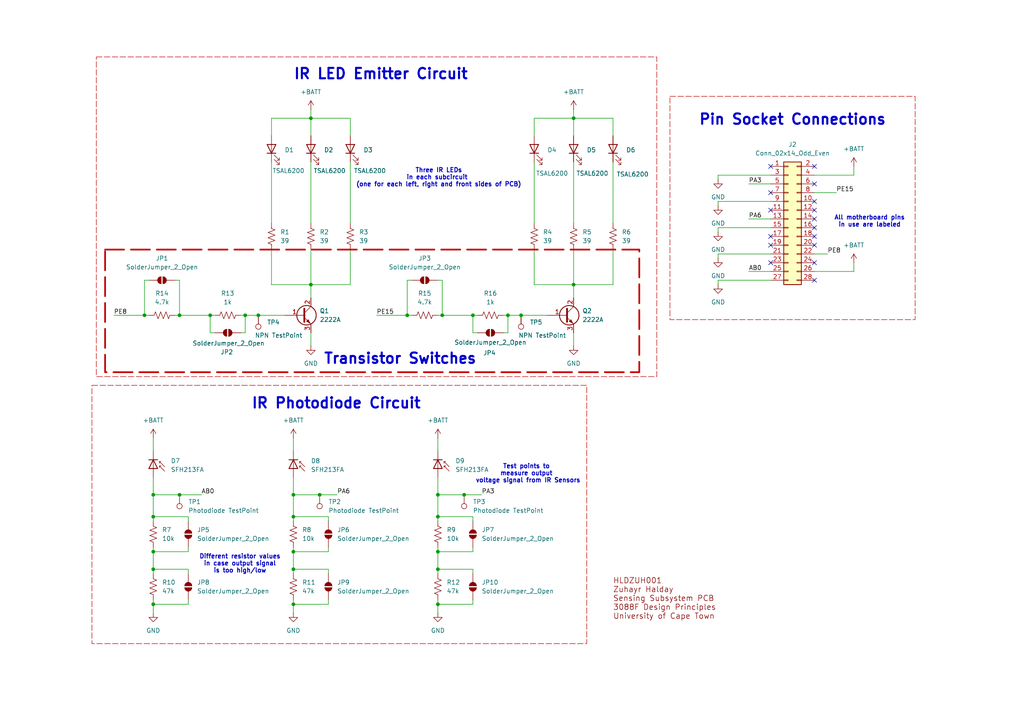
<source format=kicad_sch>
(kicad_sch
	(version 20231120)
	(generator "eeschema")
	(generator_version "8.0")
	(uuid "3a52f112-cb97-43db-aaeb-20afe27664d7")
	(paper "A4")
	(title_block
		(title "Micromouse Sensing Subsystem")
		(date "2024-04-21")
		(rev "2")
	)
	(lib_symbols
		(symbol "Connector:TestPoint"
			(pin_numbers hide)
			(pin_names
				(offset 0.762) hide)
			(exclude_from_sim no)
			(in_bom yes)
			(on_board yes)
			(property "Reference" "TP"
				(at 0 6.858 0)
				(effects
					(font
						(size 1.27 1.27)
					)
				)
			)
			(property "Value" "TestPoint"
				(at 0 5.08 0)
				(effects
					(font
						(size 1.27 1.27)
					)
				)
			)
			(property "Footprint" ""
				(at 5.08 0 0)
				(effects
					(font
						(size 1.27 1.27)
					)
					(hide yes)
				)
			)
			(property "Datasheet" "~"
				(at 5.08 0 0)
				(effects
					(font
						(size 1.27 1.27)
					)
					(hide yes)
				)
			)
			(property "Description" "test point"
				(at 0 0 0)
				(effects
					(font
						(size 1.27 1.27)
					)
					(hide yes)
				)
			)
			(property "ki_keywords" "test point tp"
				(at 0 0 0)
				(effects
					(font
						(size 1.27 1.27)
					)
					(hide yes)
				)
			)
			(property "ki_fp_filters" "Pin* Test*"
				(at 0 0 0)
				(effects
					(font
						(size 1.27 1.27)
					)
					(hide yes)
				)
			)
			(symbol "TestPoint_0_1"
				(circle
					(center 0 3.302)
					(radius 0.762)
					(stroke
						(width 0)
						(type default)
					)
					(fill
						(type none)
					)
				)
			)
			(symbol "TestPoint_1_1"
				(pin passive line
					(at 0 0 90)
					(length 2.54)
					(name "1"
						(effects
							(font
								(size 1.27 1.27)
							)
						)
					)
					(number "1"
						(effects
							(font
								(size 1.27 1.27)
							)
						)
					)
				)
			)
		)
		(symbol "Connector_Generic:Conn_02x14_Odd_Even"
			(pin_names
				(offset 1.016) hide)
			(exclude_from_sim no)
			(in_bom yes)
			(on_board yes)
			(property "Reference" "J"
				(at 1.27 17.78 0)
				(effects
					(font
						(size 1.27 1.27)
					)
				)
			)
			(property "Value" "Conn_02x14_Odd_Even"
				(at 1.27 -20.32 0)
				(effects
					(font
						(size 1.27 1.27)
					)
				)
			)
			(property "Footprint" ""
				(at 0 0 0)
				(effects
					(font
						(size 1.27 1.27)
					)
					(hide yes)
				)
			)
			(property "Datasheet" "~"
				(at 0 0 0)
				(effects
					(font
						(size 1.27 1.27)
					)
					(hide yes)
				)
			)
			(property "Description" "Generic connector, double row, 02x14, odd/even pin numbering scheme (row 1 odd numbers, row 2 even numbers), script generated (kicad-library-utils/schlib/autogen/connector/)"
				(at 0 0 0)
				(effects
					(font
						(size 1.27 1.27)
					)
					(hide yes)
				)
			)
			(property "ki_keywords" "connector"
				(at 0 0 0)
				(effects
					(font
						(size 1.27 1.27)
					)
					(hide yes)
				)
			)
			(property "ki_fp_filters" "Connector*:*_2x??_*"
				(at 0 0 0)
				(effects
					(font
						(size 1.27 1.27)
					)
					(hide yes)
				)
			)
			(symbol "Conn_02x14_Odd_Even_1_1"
				(rectangle
					(start -1.27 -17.653)
					(end 0 -17.907)
					(stroke
						(width 0.1524)
						(type default)
					)
					(fill
						(type none)
					)
				)
				(rectangle
					(start -1.27 -15.113)
					(end 0 -15.367)
					(stroke
						(width 0.1524)
						(type default)
					)
					(fill
						(type none)
					)
				)
				(rectangle
					(start -1.27 -12.573)
					(end 0 -12.827)
					(stroke
						(width 0.1524)
						(type default)
					)
					(fill
						(type none)
					)
				)
				(rectangle
					(start -1.27 -10.033)
					(end 0 -10.287)
					(stroke
						(width 0.1524)
						(type default)
					)
					(fill
						(type none)
					)
				)
				(rectangle
					(start -1.27 -7.493)
					(end 0 -7.747)
					(stroke
						(width 0.1524)
						(type default)
					)
					(fill
						(type none)
					)
				)
				(rectangle
					(start -1.27 -4.953)
					(end 0 -5.207)
					(stroke
						(width 0.1524)
						(type default)
					)
					(fill
						(type none)
					)
				)
				(rectangle
					(start -1.27 -2.413)
					(end 0 -2.667)
					(stroke
						(width 0.1524)
						(type default)
					)
					(fill
						(type none)
					)
				)
				(rectangle
					(start -1.27 0.127)
					(end 0 -0.127)
					(stroke
						(width 0.1524)
						(type default)
					)
					(fill
						(type none)
					)
				)
				(rectangle
					(start -1.27 2.667)
					(end 0 2.413)
					(stroke
						(width 0.1524)
						(type default)
					)
					(fill
						(type none)
					)
				)
				(rectangle
					(start -1.27 5.207)
					(end 0 4.953)
					(stroke
						(width 0.1524)
						(type default)
					)
					(fill
						(type none)
					)
				)
				(rectangle
					(start -1.27 7.747)
					(end 0 7.493)
					(stroke
						(width 0.1524)
						(type default)
					)
					(fill
						(type none)
					)
				)
				(rectangle
					(start -1.27 10.287)
					(end 0 10.033)
					(stroke
						(width 0.1524)
						(type default)
					)
					(fill
						(type none)
					)
				)
				(rectangle
					(start -1.27 12.827)
					(end 0 12.573)
					(stroke
						(width 0.1524)
						(type default)
					)
					(fill
						(type none)
					)
				)
				(rectangle
					(start -1.27 15.367)
					(end 0 15.113)
					(stroke
						(width 0.1524)
						(type default)
					)
					(fill
						(type none)
					)
				)
				(rectangle
					(start -1.27 16.51)
					(end 3.81 -19.05)
					(stroke
						(width 0.254)
						(type default)
					)
					(fill
						(type background)
					)
				)
				(rectangle
					(start 3.81 -17.653)
					(end 2.54 -17.907)
					(stroke
						(width 0.1524)
						(type default)
					)
					(fill
						(type none)
					)
				)
				(rectangle
					(start 3.81 -15.113)
					(end 2.54 -15.367)
					(stroke
						(width 0.1524)
						(type default)
					)
					(fill
						(type none)
					)
				)
				(rectangle
					(start 3.81 -12.573)
					(end 2.54 -12.827)
					(stroke
						(width 0.1524)
						(type default)
					)
					(fill
						(type none)
					)
				)
				(rectangle
					(start 3.81 -10.033)
					(end 2.54 -10.287)
					(stroke
						(width 0.1524)
						(type default)
					)
					(fill
						(type none)
					)
				)
				(rectangle
					(start 3.81 -7.493)
					(end 2.54 -7.747)
					(stroke
						(width 0.1524)
						(type default)
					)
					(fill
						(type none)
					)
				)
				(rectangle
					(start 3.81 -4.953)
					(end 2.54 -5.207)
					(stroke
						(width 0.1524)
						(type default)
					)
					(fill
						(type none)
					)
				)
				(rectangle
					(start 3.81 -2.413)
					(end 2.54 -2.667)
					(stroke
						(width 0.1524)
						(type default)
					)
					(fill
						(type none)
					)
				)
				(rectangle
					(start 3.81 0.127)
					(end 2.54 -0.127)
					(stroke
						(width 0.1524)
						(type default)
					)
					(fill
						(type none)
					)
				)
				(rectangle
					(start 3.81 2.667)
					(end 2.54 2.413)
					(stroke
						(width 0.1524)
						(type default)
					)
					(fill
						(type none)
					)
				)
				(rectangle
					(start 3.81 5.207)
					(end 2.54 4.953)
					(stroke
						(width 0.1524)
						(type default)
					)
					(fill
						(type none)
					)
				)
				(rectangle
					(start 3.81 7.747)
					(end 2.54 7.493)
					(stroke
						(width 0.1524)
						(type default)
					)
					(fill
						(type none)
					)
				)
				(rectangle
					(start 3.81 10.287)
					(end 2.54 10.033)
					(stroke
						(width 0.1524)
						(type default)
					)
					(fill
						(type none)
					)
				)
				(rectangle
					(start 3.81 12.827)
					(end 2.54 12.573)
					(stroke
						(width 0.1524)
						(type default)
					)
					(fill
						(type none)
					)
				)
				(rectangle
					(start 3.81 15.367)
					(end 2.54 15.113)
					(stroke
						(width 0.1524)
						(type default)
					)
					(fill
						(type none)
					)
				)
				(pin passive line
					(at -5.08 15.24 0)
					(length 3.81)
					(name "Pin_1"
						(effects
							(font
								(size 1.27 1.27)
							)
						)
					)
					(number "1"
						(effects
							(font
								(size 1.27 1.27)
							)
						)
					)
				)
				(pin passive line
					(at 7.62 5.08 180)
					(length 3.81)
					(name "Pin_10"
						(effects
							(font
								(size 1.27 1.27)
							)
						)
					)
					(number "10"
						(effects
							(font
								(size 1.27 1.27)
							)
						)
					)
				)
				(pin passive line
					(at -5.08 2.54 0)
					(length 3.81)
					(name "Pin_11"
						(effects
							(font
								(size 1.27 1.27)
							)
						)
					)
					(number "11"
						(effects
							(font
								(size 1.27 1.27)
							)
						)
					)
				)
				(pin passive line
					(at 7.62 2.54 180)
					(length 3.81)
					(name "Pin_12"
						(effects
							(font
								(size 1.27 1.27)
							)
						)
					)
					(number "12"
						(effects
							(font
								(size 1.27 1.27)
							)
						)
					)
				)
				(pin passive line
					(at -5.08 0 0)
					(length 3.81)
					(name "Pin_13"
						(effects
							(font
								(size 1.27 1.27)
							)
						)
					)
					(number "13"
						(effects
							(font
								(size 1.27 1.27)
							)
						)
					)
				)
				(pin passive line
					(at 7.62 0 180)
					(length 3.81)
					(name "Pin_14"
						(effects
							(font
								(size 1.27 1.27)
							)
						)
					)
					(number "14"
						(effects
							(font
								(size 1.27 1.27)
							)
						)
					)
				)
				(pin passive line
					(at -5.08 -2.54 0)
					(length 3.81)
					(name "Pin_15"
						(effects
							(font
								(size 1.27 1.27)
							)
						)
					)
					(number "15"
						(effects
							(font
								(size 1.27 1.27)
							)
						)
					)
				)
				(pin passive line
					(at 7.62 -2.54 180)
					(length 3.81)
					(name "Pin_16"
						(effects
							(font
								(size 1.27 1.27)
							)
						)
					)
					(number "16"
						(effects
							(font
								(size 1.27 1.27)
							)
						)
					)
				)
				(pin passive line
					(at -5.08 -5.08 0)
					(length 3.81)
					(name "Pin_17"
						(effects
							(font
								(size 1.27 1.27)
							)
						)
					)
					(number "17"
						(effects
							(font
								(size 1.27 1.27)
							)
						)
					)
				)
				(pin passive line
					(at 7.62 -5.08 180)
					(length 3.81)
					(name "Pin_18"
						(effects
							(font
								(size 1.27 1.27)
							)
						)
					)
					(number "18"
						(effects
							(font
								(size 1.27 1.27)
							)
						)
					)
				)
				(pin passive line
					(at -5.08 -7.62 0)
					(length 3.81)
					(name "Pin_19"
						(effects
							(font
								(size 1.27 1.27)
							)
						)
					)
					(number "19"
						(effects
							(font
								(size 1.27 1.27)
							)
						)
					)
				)
				(pin passive line
					(at 7.62 15.24 180)
					(length 3.81)
					(name "Pin_2"
						(effects
							(font
								(size 1.27 1.27)
							)
						)
					)
					(number "2"
						(effects
							(font
								(size 1.27 1.27)
							)
						)
					)
				)
				(pin passive line
					(at 7.62 -7.62 180)
					(length 3.81)
					(name "Pin_20"
						(effects
							(font
								(size 1.27 1.27)
							)
						)
					)
					(number "20"
						(effects
							(font
								(size 1.27 1.27)
							)
						)
					)
				)
				(pin passive line
					(at -5.08 -10.16 0)
					(length 3.81)
					(name "Pin_21"
						(effects
							(font
								(size 1.27 1.27)
							)
						)
					)
					(number "21"
						(effects
							(font
								(size 1.27 1.27)
							)
						)
					)
				)
				(pin passive line
					(at 7.62 -10.16 180)
					(length 3.81)
					(name "Pin_22"
						(effects
							(font
								(size 1.27 1.27)
							)
						)
					)
					(number "22"
						(effects
							(font
								(size 1.27 1.27)
							)
						)
					)
				)
				(pin passive line
					(at -5.08 -12.7 0)
					(length 3.81)
					(name "Pin_23"
						(effects
							(font
								(size 1.27 1.27)
							)
						)
					)
					(number "23"
						(effects
							(font
								(size 1.27 1.27)
							)
						)
					)
				)
				(pin passive line
					(at 7.62 -12.7 180)
					(length 3.81)
					(name "Pin_24"
						(effects
							(font
								(size 1.27 1.27)
							)
						)
					)
					(number "24"
						(effects
							(font
								(size 1.27 1.27)
							)
						)
					)
				)
				(pin passive line
					(at -5.08 -15.24 0)
					(length 3.81)
					(name "Pin_25"
						(effects
							(font
								(size 1.27 1.27)
							)
						)
					)
					(number "25"
						(effects
							(font
								(size 1.27 1.27)
							)
						)
					)
				)
				(pin passive line
					(at 7.62 -15.24 180)
					(length 3.81)
					(name "Pin_26"
						(effects
							(font
								(size 1.27 1.27)
							)
						)
					)
					(number "26"
						(effects
							(font
								(size 1.27 1.27)
							)
						)
					)
				)
				(pin passive line
					(at -5.08 -17.78 0)
					(length 3.81)
					(name "Pin_27"
						(effects
							(font
								(size 1.27 1.27)
							)
						)
					)
					(number "27"
						(effects
							(font
								(size 1.27 1.27)
							)
						)
					)
				)
				(pin passive line
					(at 7.62 -17.78 180)
					(length 3.81)
					(name "Pin_28"
						(effects
							(font
								(size 1.27 1.27)
							)
						)
					)
					(number "28"
						(effects
							(font
								(size 1.27 1.27)
							)
						)
					)
				)
				(pin passive line
					(at -5.08 12.7 0)
					(length 3.81)
					(name "Pin_3"
						(effects
							(font
								(size 1.27 1.27)
							)
						)
					)
					(number "3"
						(effects
							(font
								(size 1.27 1.27)
							)
						)
					)
				)
				(pin passive line
					(at 7.62 12.7 180)
					(length 3.81)
					(name "Pin_4"
						(effects
							(font
								(size 1.27 1.27)
							)
						)
					)
					(number "4"
						(effects
							(font
								(size 1.27 1.27)
							)
						)
					)
				)
				(pin passive line
					(at -5.08 10.16 0)
					(length 3.81)
					(name "Pin_5"
						(effects
							(font
								(size 1.27 1.27)
							)
						)
					)
					(number "5"
						(effects
							(font
								(size 1.27 1.27)
							)
						)
					)
				)
				(pin passive line
					(at 7.62 10.16 180)
					(length 3.81)
					(name "Pin_6"
						(effects
							(font
								(size 1.27 1.27)
							)
						)
					)
					(number "6"
						(effects
							(font
								(size 1.27 1.27)
							)
						)
					)
				)
				(pin passive line
					(at -5.08 7.62 0)
					(length 3.81)
					(name "Pin_7"
						(effects
							(font
								(size 1.27 1.27)
							)
						)
					)
					(number "7"
						(effects
							(font
								(size 1.27 1.27)
							)
						)
					)
				)
				(pin passive line
					(at 7.62 7.62 180)
					(length 3.81)
					(name "Pin_8"
						(effects
							(font
								(size 1.27 1.27)
							)
						)
					)
					(number "8"
						(effects
							(font
								(size 1.27 1.27)
							)
						)
					)
				)
				(pin passive line
					(at -5.08 5.08 0)
					(length 3.81)
					(name "Pin_9"
						(effects
							(font
								(size 1.27 1.27)
							)
						)
					)
					(number "9"
						(effects
							(font
								(size 1.27 1.27)
							)
						)
					)
				)
			)
		)
		(symbol "Device:D_Photo"
			(pin_numbers hide)
			(pin_names hide)
			(exclude_from_sim no)
			(in_bom yes)
			(on_board yes)
			(property "Reference" "D"
				(at 0.508 1.778 0)
				(effects
					(font
						(size 1.27 1.27)
					)
					(justify left)
				)
			)
			(property "Value" "D_Photo"
				(at -1.016 -2.794 0)
				(effects
					(font
						(size 1.27 1.27)
					)
				)
			)
			(property "Footprint" ""
				(at -1.27 0 0)
				(effects
					(font
						(size 1.27 1.27)
					)
					(hide yes)
				)
			)
			(property "Datasheet" "~"
				(at -1.27 0 0)
				(effects
					(font
						(size 1.27 1.27)
					)
					(hide yes)
				)
			)
			(property "Description" "Photodiode"
				(at 0 0 0)
				(effects
					(font
						(size 1.27 1.27)
					)
					(hide yes)
				)
			)
			(property "ki_keywords" "photodiode diode opto"
				(at 0 0 0)
				(effects
					(font
						(size 1.27 1.27)
					)
					(hide yes)
				)
			)
			(symbol "D_Photo_0_1"
				(polyline
					(pts
						(xy -2.54 1.27) (xy -2.54 -1.27)
					)
					(stroke
						(width 0.254)
						(type default)
					)
					(fill
						(type none)
					)
				)
				(polyline
					(pts
						(xy -2.032 1.778) (xy -1.524 1.778)
					)
					(stroke
						(width 0)
						(type default)
					)
					(fill
						(type none)
					)
				)
				(polyline
					(pts
						(xy 0 0) (xy -2.54 0)
					)
					(stroke
						(width 0)
						(type default)
					)
					(fill
						(type none)
					)
				)
				(polyline
					(pts
						(xy -0.508 3.302) (xy -2.032 1.778) (xy -2.032 2.286)
					)
					(stroke
						(width 0)
						(type default)
					)
					(fill
						(type none)
					)
				)
				(polyline
					(pts
						(xy 0 -1.27) (xy 0 1.27) (xy -2.54 0) (xy 0 -1.27)
					)
					(stroke
						(width 0.254)
						(type default)
					)
					(fill
						(type none)
					)
				)
				(polyline
					(pts
						(xy 0.762 3.302) (xy -0.762 1.778) (xy -0.762 2.286) (xy -0.762 1.778) (xy -0.254 1.778)
					)
					(stroke
						(width 0)
						(type default)
					)
					(fill
						(type none)
					)
				)
			)
			(symbol "D_Photo_1_1"
				(pin passive line
					(at -5.08 0 0)
					(length 2.54)
					(name "K"
						(effects
							(font
								(size 1.27 1.27)
							)
						)
					)
					(number "1"
						(effects
							(font
								(size 1.27 1.27)
							)
						)
					)
				)
				(pin passive line
					(at 2.54 0 180)
					(length 2.54)
					(name "A"
						(effects
							(font
								(size 1.27 1.27)
							)
						)
					)
					(number "2"
						(effects
							(font
								(size 1.27 1.27)
							)
						)
					)
				)
			)
		)
		(symbol "Device:LED"
			(pin_numbers hide)
			(pin_names
				(offset 1.016) hide)
			(exclude_from_sim no)
			(in_bom yes)
			(on_board yes)
			(property "Reference" "D"
				(at 0 2.54 0)
				(effects
					(font
						(size 1.27 1.27)
					)
				)
			)
			(property "Value" "LED"
				(at 0 -2.54 0)
				(effects
					(font
						(size 1.27 1.27)
					)
				)
			)
			(property "Footprint" ""
				(at 0 0 0)
				(effects
					(font
						(size 1.27 1.27)
					)
					(hide yes)
				)
			)
			(property "Datasheet" "~"
				(at 0 0 0)
				(effects
					(font
						(size 1.27 1.27)
					)
					(hide yes)
				)
			)
			(property "Description" "Light emitting diode"
				(at 0 0 0)
				(effects
					(font
						(size 1.27 1.27)
					)
					(hide yes)
				)
			)
			(property "ki_keywords" "LED diode"
				(at 0 0 0)
				(effects
					(font
						(size 1.27 1.27)
					)
					(hide yes)
				)
			)
			(property "ki_fp_filters" "LED* LED_SMD:* LED_THT:*"
				(at 0 0 0)
				(effects
					(font
						(size 1.27 1.27)
					)
					(hide yes)
				)
			)
			(symbol "LED_0_1"
				(polyline
					(pts
						(xy -1.27 -1.27) (xy -1.27 1.27)
					)
					(stroke
						(width 0.254)
						(type default)
					)
					(fill
						(type none)
					)
				)
				(polyline
					(pts
						(xy -1.27 0) (xy 1.27 0)
					)
					(stroke
						(width 0)
						(type default)
					)
					(fill
						(type none)
					)
				)
				(polyline
					(pts
						(xy 1.27 -1.27) (xy 1.27 1.27) (xy -1.27 0) (xy 1.27 -1.27)
					)
					(stroke
						(width 0.254)
						(type default)
					)
					(fill
						(type none)
					)
				)
				(polyline
					(pts
						(xy -3.048 -0.762) (xy -4.572 -2.286) (xy -3.81 -2.286) (xy -4.572 -2.286) (xy -4.572 -1.524)
					)
					(stroke
						(width 0)
						(type default)
					)
					(fill
						(type none)
					)
				)
				(polyline
					(pts
						(xy -1.778 -0.762) (xy -3.302 -2.286) (xy -2.54 -2.286) (xy -3.302 -2.286) (xy -3.302 -1.524)
					)
					(stroke
						(width 0)
						(type default)
					)
					(fill
						(type none)
					)
				)
			)
			(symbol "LED_1_1"
				(pin passive line
					(at -3.81 0 0)
					(length 2.54)
					(name "K"
						(effects
							(font
								(size 1.27 1.27)
							)
						)
					)
					(number "1"
						(effects
							(font
								(size 1.27 1.27)
							)
						)
					)
				)
				(pin passive line
					(at 3.81 0 180)
					(length 2.54)
					(name "A"
						(effects
							(font
								(size 1.27 1.27)
							)
						)
					)
					(number "2"
						(effects
							(font
								(size 1.27 1.27)
							)
						)
					)
				)
			)
		)
		(symbol "Device:Q_NPN_BCE"
			(pin_names
				(offset 0) hide)
			(exclude_from_sim no)
			(in_bom yes)
			(on_board yes)
			(property "Reference" "Q"
				(at 5.08 1.27 0)
				(effects
					(font
						(size 1.27 1.27)
					)
					(justify left)
				)
			)
			(property "Value" "Q_NPN_BCE"
				(at 5.08 -1.27 0)
				(effects
					(font
						(size 1.27 1.27)
					)
					(justify left)
				)
			)
			(property "Footprint" ""
				(at 5.08 2.54 0)
				(effects
					(font
						(size 1.27 1.27)
					)
					(hide yes)
				)
			)
			(property "Datasheet" "~"
				(at 0 0 0)
				(effects
					(font
						(size 1.27 1.27)
					)
					(hide yes)
				)
			)
			(property "Description" "NPN transistor, base/collector/emitter"
				(at 0 0 0)
				(effects
					(font
						(size 1.27 1.27)
					)
					(hide yes)
				)
			)
			(property "ki_keywords" "transistor NPN"
				(at 0 0 0)
				(effects
					(font
						(size 1.27 1.27)
					)
					(hide yes)
				)
			)
			(symbol "Q_NPN_BCE_0_1"
				(polyline
					(pts
						(xy 0.635 0.635) (xy 2.54 2.54)
					)
					(stroke
						(width 0)
						(type default)
					)
					(fill
						(type none)
					)
				)
				(polyline
					(pts
						(xy 0.635 -0.635) (xy 2.54 -2.54) (xy 2.54 -2.54)
					)
					(stroke
						(width 0)
						(type default)
					)
					(fill
						(type none)
					)
				)
				(polyline
					(pts
						(xy 0.635 1.905) (xy 0.635 -1.905) (xy 0.635 -1.905)
					)
					(stroke
						(width 0.508)
						(type default)
					)
					(fill
						(type none)
					)
				)
				(polyline
					(pts
						(xy 1.27 -1.778) (xy 1.778 -1.27) (xy 2.286 -2.286) (xy 1.27 -1.778) (xy 1.27 -1.778)
					)
					(stroke
						(width 0)
						(type default)
					)
					(fill
						(type outline)
					)
				)
				(circle
					(center 1.27 0)
					(radius 2.8194)
					(stroke
						(width 0.254)
						(type default)
					)
					(fill
						(type none)
					)
				)
			)
			(symbol "Q_NPN_BCE_1_1"
				(pin input line
					(at -5.08 0 0)
					(length 5.715)
					(name "B"
						(effects
							(font
								(size 1.27 1.27)
							)
						)
					)
					(number "1"
						(effects
							(font
								(size 1.27 1.27)
							)
						)
					)
				)
				(pin passive line
					(at 2.54 5.08 270)
					(length 2.54)
					(name "C"
						(effects
							(font
								(size 1.27 1.27)
							)
						)
					)
					(number "2"
						(effects
							(font
								(size 1.27 1.27)
							)
						)
					)
				)
				(pin passive line
					(at 2.54 -5.08 90)
					(length 2.54)
					(name "E"
						(effects
							(font
								(size 1.27 1.27)
							)
						)
					)
					(number "3"
						(effects
							(font
								(size 1.27 1.27)
							)
						)
					)
				)
			)
		)
		(symbol "Device:R_US"
			(pin_numbers hide)
			(pin_names
				(offset 0)
			)
			(exclude_from_sim no)
			(in_bom yes)
			(on_board yes)
			(property "Reference" "R"
				(at 2.54 0 90)
				(effects
					(font
						(size 1.27 1.27)
					)
				)
			)
			(property "Value" "R_US"
				(at -2.54 0 90)
				(effects
					(font
						(size 1.27 1.27)
					)
				)
			)
			(property "Footprint" ""
				(at 1.016 -0.254 90)
				(effects
					(font
						(size 1.27 1.27)
					)
					(hide yes)
				)
			)
			(property "Datasheet" "~"
				(at 0 0 0)
				(effects
					(font
						(size 1.27 1.27)
					)
					(hide yes)
				)
			)
			(property "Description" "Resistor, US symbol"
				(at 0 0 0)
				(effects
					(font
						(size 1.27 1.27)
					)
					(hide yes)
				)
			)
			(property "ki_keywords" "R res resistor"
				(at 0 0 0)
				(effects
					(font
						(size 1.27 1.27)
					)
					(hide yes)
				)
			)
			(property "ki_fp_filters" "R_*"
				(at 0 0 0)
				(effects
					(font
						(size 1.27 1.27)
					)
					(hide yes)
				)
			)
			(symbol "R_US_0_1"
				(polyline
					(pts
						(xy 0 -2.286) (xy 0 -2.54)
					)
					(stroke
						(width 0)
						(type default)
					)
					(fill
						(type none)
					)
				)
				(polyline
					(pts
						(xy 0 2.286) (xy 0 2.54)
					)
					(stroke
						(width 0)
						(type default)
					)
					(fill
						(type none)
					)
				)
				(polyline
					(pts
						(xy 0 -0.762) (xy 1.016 -1.143) (xy 0 -1.524) (xy -1.016 -1.905) (xy 0 -2.286)
					)
					(stroke
						(width 0)
						(type default)
					)
					(fill
						(type none)
					)
				)
				(polyline
					(pts
						(xy 0 0.762) (xy 1.016 0.381) (xy 0 0) (xy -1.016 -0.381) (xy 0 -0.762)
					)
					(stroke
						(width 0)
						(type default)
					)
					(fill
						(type none)
					)
				)
				(polyline
					(pts
						(xy 0 2.286) (xy 1.016 1.905) (xy 0 1.524) (xy -1.016 1.143) (xy 0 0.762)
					)
					(stroke
						(width 0)
						(type default)
					)
					(fill
						(type none)
					)
				)
			)
			(symbol "R_US_1_1"
				(pin passive line
					(at 0 3.81 270)
					(length 1.27)
					(name "~"
						(effects
							(font
								(size 1.27 1.27)
							)
						)
					)
					(number "1"
						(effects
							(font
								(size 1.27 1.27)
							)
						)
					)
				)
				(pin passive line
					(at 0 -3.81 90)
					(length 1.27)
					(name "~"
						(effects
							(font
								(size 1.27 1.27)
							)
						)
					)
					(number "2"
						(effects
							(font
								(size 1.27 1.27)
							)
						)
					)
				)
			)
		)
		(symbol "Jumper:SolderJumper_2_Open"
			(pin_numbers hide)
			(pin_names
				(offset 0) hide)
			(exclude_from_sim yes)
			(in_bom no)
			(on_board yes)
			(property "Reference" "JP"
				(at 0 2.032 0)
				(effects
					(font
						(size 1.27 1.27)
					)
				)
			)
			(property "Value" "SolderJumper_2_Open"
				(at 0 -2.54 0)
				(effects
					(font
						(size 1.27 1.27)
					)
				)
			)
			(property "Footprint" ""
				(at 0 0 0)
				(effects
					(font
						(size 1.27 1.27)
					)
					(hide yes)
				)
			)
			(property "Datasheet" "~"
				(at 0 0 0)
				(effects
					(font
						(size 1.27 1.27)
					)
					(hide yes)
				)
			)
			(property "Description" "Solder Jumper, 2-pole, open"
				(at 0 0 0)
				(effects
					(font
						(size 1.27 1.27)
					)
					(hide yes)
				)
			)
			(property "ki_keywords" "solder jumper SPST"
				(at 0 0 0)
				(effects
					(font
						(size 1.27 1.27)
					)
					(hide yes)
				)
			)
			(property "ki_fp_filters" "SolderJumper*Open*"
				(at 0 0 0)
				(effects
					(font
						(size 1.27 1.27)
					)
					(hide yes)
				)
			)
			(symbol "SolderJumper_2_Open_0_1"
				(arc
					(start -0.254 1.016)
					(mid -1.2656 0)
					(end -0.254 -1.016)
					(stroke
						(width 0)
						(type default)
					)
					(fill
						(type none)
					)
				)
				(arc
					(start -0.254 1.016)
					(mid -1.2656 0)
					(end -0.254 -1.016)
					(stroke
						(width 0)
						(type default)
					)
					(fill
						(type outline)
					)
				)
				(polyline
					(pts
						(xy -0.254 1.016) (xy -0.254 -1.016)
					)
					(stroke
						(width 0)
						(type default)
					)
					(fill
						(type none)
					)
				)
				(polyline
					(pts
						(xy 0.254 1.016) (xy 0.254 -1.016)
					)
					(stroke
						(width 0)
						(type default)
					)
					(fill
						(type none)
					)
				)
				(arc
					(start 0.254 -1.016)
					(mid 1.2656 0)
					(end 0.254 1.016)
					(stroke
						(width 0)
						(type default)
					)
					(fill
						(type none)
					)
				)
				(arc
					(start 0.254 -1.016)
					(mid 1.2656 0)
					(end 0.254 1.016)
					(stroke
						(width 0)
						(type default)
					)
					(fill
						(type outline)
					)
				)
			)
			(symbol "SolderJumper_2_Open_1_1"
				(pin passive line
					(at -3.81 0 0)
					(length 2.54)
					(name "A"
						(effects
							(font
								(size 1.27 1.27)
							)
						)
					)
					(number "1"
						(effects
							(font
								(size 1.27 1.27)
							)
						)
					)
				)
				(pin passive line
					(at 3.81 0 180)
					(length 2.54)
					(name "B"
						(effects
							(font
								(size 1.27 1.27)
							)
						)
					)
					(number "2"
						(effects
							(font
								(size 1.27 1.27)
							)
						)
					)
				)
			)
		)
		(symbol "power:+BATT"
			(power)
			(pin_numbers hide)
			(pin_names
				(offset 0) hide)
			(exclude_from_sim no)
			(in_bom yes)
			(on_board yes)
			(property "Reference" "#PWR"
				(at 0 -3.81 0)
				(effects
					(font
						(size 1.27 1.27)
					)
					(hide yes)
				)
			)
			(property "Value" "+BATT"
				(at 0 3.556 0)
				(effects
					(font
						(size 1.27 1.27)
					)
				)
			)
			(property "Footprint" ""
				(at 0 0 0)
				(effects
					(font
						(size 1.27 1.27)
					)
					(hide yes)
				)
			)
			(property "Datasheet" ""
				(at 0 0 0)
				(effects
					(font
						(size 1.27 1.27)
					)
					(hide yes)
				)
			)
			(property "Description" "Power symbol creates a global label with name \"+BATT\""
				(at 0 0 0)
				(effects
					(font
						(size 1.27 1.27)
					)
					(hide yes)
				)
			)
			(property "ki_keywords" "global power battery"
				(at 0 0 0)
				(effects
					(font
						(size 1.27 1.27)
					)
					(hide yes)
				)
			)
			(symbol "+BATT_0_1"
				(polyline
					(pts
						(xy -0.762 1.27) (xy 0 2.54)
					)
					(stroke
						(width 0)
						(type default)
					)
					(fill
						(type none)
					)
				)
				(polyline
					(pts
						(xy 0 0) (xy 0 2.54)
					)
					(stroke
						(width 0)
						(type default)
					)
					(fill
						(type none)
					)
				)
				(polyline
					(pts
						(xy 0 2.54) (xy 0.762 1.27)
					)
					(stroke
						(width 0)
						(type default)
					)
					(fill
						(type none)
					)
				)
			)
			(symbol "+BATT_1_1"
				(pin power_in line
					(at 0 0 90)
					(length 0)
					(name "~"
						(effects
							(font
								(size 1.27 1.27)
							)
						)
					)
					(number "1"
						(effects
							(font
								(size 1.27 1.27)
							)
						)
					)
				)
			)
		)
		(symbol "power:GND"
			(power)
			(pin_numbers hide)
			(pin_names
				(offset 0) hide)
			(exclude_from_sim no)
			(in_bom yes)
			(on_board yes)
			(property "Reference" "#PWR"
				(at 0 -6.35 0)
				(effects
					(font
						(size 1.27 1.27)
					)
					(hide yes)
				)
			)
			(property "Value" "GND"
				(at 0 -3.81 0)
				(effects
					(font
						(size 1.27 1.27)
					)
				)
			)
			(property "Footprint" ""
				(at 0 0 0)
				(effects
					(font
						(size 1.27 1.27)
					)
					(hide yes)
				)
			)
			(property "Datasheet" ""
				(at 0 0 0)
				(effects
					(font
						(size 1.27 1.27)
					)
					(hide yes)
				)
			)
			(property "Description" "Power symbol creates a global label with name \"GND\" , ground"
				(at 0 0 0)
				(effects
					(font
						(size 1.27 1.27)
					)
					(hide yes)
				)
			)
			(property "ki_keywords" "global power"
				(at 0 0 0)
				(effects
					(font
						(size 1.27 1.27)
					)
					(hide yes)
				)
			)
			(symbol "GND_0_1"
				(polyline
					(pts
						(xy 0 0) (xy 0 -1.27) (xy 1.27 -1.27) (xy 0 -2.54) (xy -1.27 -1.27) (xy 0 -1.27)
					)
					(stroke
						(width 0)
						(type default)
					)
					(fill
						(type none)
					)
				)
			)
			(symbol "GND_1_1"
				(pin power_in line
					(at 0 0 270)
					(length 0)
					(name "~"
						(effects
							(font
								(size 1.27 1.27)
							)
						)
					)
					(number "1"
						(effects
							(font
								(size 1.27 1.27)
							)
						)
					)
				)
			)
		)
	)
	(junction
		(at 90.17 82.55)
		(diameter 0)
		(color 0 0 0 0)
		(uuid "003b94bf-0c45-4779-a35f-1dbab381e56d")
	)
	(junction
		(at 41.91 91.44)
		(diameter 0)
		(color 0 0 0 0)
		(uuid "1c1ee224-34c0-4186-b32c-852f367ea9a2")
	)
	(junction
		(at 44.45 143.51)
		(diameter 0)
		(color 0 0 0 0)
		(uuid "21874224-616f-4ef5-8f93-3bd915f8eec2")
	)
	(junction
		(at 71.12 91.44)
		(diameter 0)
		(color 0 0 0 0)
		(uuid "22b9c672-761e-4476-8856-2d606b510a3a")
	)
	(junction
		(at 85.09 175.26)
		(diameter 0)
		(color 0 0 0 0)
		(uuid "3369d981-514b-4bad-81fc-606c268e4706")
	)
	(junction
		(at 118.11 91.44)
		(diameter 0)
		(color 0 0 0 0)
		(uuid "355325bd-7dec-4047-91ac-b0703fb98c3f")
	)
	(junction
		(at 127 160.02)
		(diameter 0)
		(color 0 0 0 0)
		(uuid "37b74147-157a-489c-8845-769ad81bc42a")
	)
	(junction
		(at 127 149.86)
		(diameter 0)
		(color 0 0 0 0)
		(uuid "4974a862-8f19-4d1d-aa07-055ac457915a")
	)
	(junction
		(at 137.16 91.44)
		(diameter 0)
		(color 0 0 0 0)
		(uuid "4c164d73-88dc-4e46-a5d6-5e7a1eb33afb")
	)
	(junction
		(at 127 143.51)
		(diameter 0)
		(color 0 0 0 0)
		(uuid "4c85f537-07f7-4c74-8e6d-42c4dadbd400")
	)
	(junction
		(at 147.32 91.44)
		(diameter 0)
		(color 0 0 0 0)
		(uuid "598812b0-5f1f-43a6-bba7-6fa32fa2b903")
	)
	(junction
		(at 166.37 34.29)
		(diameter 0)
		(color 0 0 0 0)
		(uuid "59ebbe49-79ee-44b0-a512-376cc6f1167e")
	)
	(junction
		(at 60.96 91.44)
		(diameter 0)
		(color 0 0 0 0)
		(uuid "6f39e257-b254-4fe6-9afa-bd48f7725d61")
	)
	(junction
		(at 92.71 143.51)
		(diameter 0)
		(color 0 0 0 0)
		(uuid "726a6038-5026-4b39-a383-156b301e9527")
	)
	(junction
		(at 85.09 165.1)
		(diameter 0)
		(color 0 0 0 0)
		(uuid "74598286-e4b9-4013-9cb6-1c213a10f002")
	)
	(junction
		(at 74.93 91.44)
		(diameter 0)
		(color 0 0 0 0)
		(uuid "88a1c473-0caf-4165-b67c-b52aa69e9a6f")
	)
	(junction
		(at 52.07 91.44)
		(diameter 0)
		(color 0 0 0 0)
		(uuid "931b7118-7457-478a-a41d-b3995ccde4ff")
	)
	(junction
		(at 90.17 34.29)
		(diameter 0)
		(color 0 0 0 0)
		(uuid "953dcf21-a94f-414a-b827-8b8bc89812d9")
	)
	(junction
		(at 85.09 143.51)
		(diameter 0)
		(color 0 0 0 0)
		(uuid "97006ca2-b318-491f-a235-dda891a3122c")
	)
	(junction
		(at 44.45 165.1)
		(diameter 0)
		(color 0 0 0 0)
		(uuid "9ed21e75-8601-463c-b3ab-3f13060d4cae")
	)
	(junction
		(at 44.45 160.02)
		(diameter 0)
		(color 0 0 0 0)
		(uuid "9f4f93f7-c514-473e-981f-2627f59ab1ea")
	)
	(junction
		(at 127 175.26)
		(diameter 0)
		(color 0 0 0 0)
		(uuid "af08e2af-44e5-4ed8-866a-1393e5627be5")
	)
	(junction
		(at 85.09 149.86)
		(diameter 0)
		(color 0 0 0 0)
		(uuid "b1435bdf-7cd7-4deb-acf3-e81da5457995")
	)
	(junction
		(at 85.09 160.02)
		(diameter 0)
		(color 0 0 0 0)
		(uuid "cd4dab1b-4840-4c01-bd94-301c9d62143e")
	)
	(junction
		(at 127 165.1)
		(diameter 0)
		(color 0 0 0 0)
		(uuid "d1ba2af5-9e59-4680-9117-9fced2e91652")
	)
	(junction
		(at 44.45 175.26)
		(diameter 0)
		(color 0 0 0 0)
		(uuid "d6980652-db83-4335-a74b-d49f9c45aa31")
	)
	(junction
		(at 128.27 91.44)
		(diameter 0)
		(color 0 0 0 0)
		(uuid "d9767ba6-cb35-48f1-858c-21a627522b3d")
	)
	(junction
		(at 151.13 91.44)
		(diameter 0)
		(color 0 0 0 0)
		(uuid "daeac68b-db64-4150-8b7c-c34ef769ada6")
	)
	(junction
		(at 44.45 149.86)
		(diameter 0)
		(color 0 0 0 0)
		(uuid "db4113dd-9edc-4b26-9cea-576cc3202083")
	)
	(junction
		(at 134.62 143.51)
		(diameter 0)
		(color 0 0 0 0)
		(uuid "dfe7a530-b1f5-475f-b7a0-14189fbdb60f")
	)
	(junction
		(at 166.37 82.55)
		(diameter 0)
		(color 0 0 0 0)
		(uuid "e71de23a-f9ca-4c99-8eaa-bf1e6f34fa2d")
	)
	(junction
		(at 52.07 143.51)
		(diameter 0)
		(color 0 0 0 0)
		(uuid "f8e77521-f16a-4655-970e-ae3f144b6ee7")
	)
	(no_connect
		(at 236.22 58.42)
		(uuid "0d8de66c-d4fd-4070-a26f-864aba648aa6")
	)
	(no_connect
		(at 236.22 53.34)
		(uuid "1199dc60-c104-47cb-ad63-d54f801177d1")
	)
	(no_connect
		(at 223.52 60.96)
		(uuid "1c806b47-4158-4dcf-84d7-7e278a89827f")
	)
	(no_connect
		(at 236.22 68.58)
		(uuid "2aa30959-c7af-49b1-b88b-aed52e93ef76")
	)
	(no_connect
		(at 236.22 60.96)
		(uuid "38fab69d-104f-476d-ae59-f65ab90097e9")
	)
	(no_connect
		(at 223.52 71.12)
		(uuid "762061b4-5553-420e-982b-d6ed94037265")
	)
	(no_connect
		(at 236.22 81.28)
		(uuid "7739d6c3-70a9-44af-a2fc-2770a54f9faa")
	)
	(no_connect
		(at 236.22 63.5)
		(uuid "97f080ea-6a73-4219-807c-4ae3b17ec6bb")
	)
	(no_connect
		(at 236.22 76.2)
		(uuid "b0e5eb31-5573-4b3d-b1e2-8aa18c9174ac")
	)
	(no_connect
		(at 236.22 71.12)
		(uuid "b910ee2e-c732-4841-828b-ea4b2866c968")
	)
	(no_connect
		(at 223.52 68.58)
		(uuid "bec8a79d-42eb-4b87-9a14-9f44673d186b")
	)
	(no_connect
		(at 223.52 48.26)
		(uuid "c28ac6c3-5bff-4b87-857e-479a46a46ecd")
	)
	(no_connect
		(at 223.52 76.2)
		(uuid "c8fb64bf-d6f6-45e3-a6c0-08b92ace25c8")
	)
	(no_connect
		(at 223.52 55.88)
		(uuid "d4175db7-8d2b-45e7-ac1b-b19a81f6bbec")
	)
	(no_connect
		(at 236.22 66.04)
		(uuid "d5d6d2b0-a049-426c-ac2b-6d19dd425981")
	)
	(no_connect
		(at 236.22 48.26)
		(uuid "ef7d291a-c655-4dfc-bf7b-dc5837fe9a65")
	)
	(wire
		(pts
			(xy 85.09 127) (xy 85.09 130.81)
		)
		(stroke
			(width 0)
			(type default)
		)
		(uuid "0025372a-8627-41d0-82c6-a447570524f8")
	)
	(wire
		(pts
			(xy 208.28 66.04) (xy 208.28 67.31)
		)
		(stroke
			(width 0)
			(type default)
		)
		(uuid "01825077-9fc2-4b06-a9b6-38772225732f")
	)
	(wire
		(pts
			(xy 101.6 82.55) (xy 90.17 82.55)
		)
		(stroke
			(width 0)
			(type default)
		)
		(uuid "076f82cf-5e7e-4141-9e2b-87827af6ddf6")
	)
	(wire
		(pts
			(xy 85.09 165.1) (xy 85.09 166.37)
		)
		(stroke
			(width 0)
			(type default)
		)
		(uuid "0e0801af-edb9-480e-8151-ebe3c2022d7e")
	)
	(wire
		(pts
			(xy 217.17 63.5) (xy 223.52 63.5)
		)
		(stroke
			(width 0)
			(type default)
		)
		(uuid "0fcaf10d-745b-4704-93f3-da342c956935")
	)
	(wire
		(pts
			(xy 85.09 149.86) (xy 85.09 151.13)
		)
		(stroke
			(width 0)
			(type default)
		)
		(uuid "10ce903b-1b83-4049-9a78-4d5607678815")
	)
	(wire
		(pts
			(xy 90.17 31.75) (xy 90.17 34.29)
		)
		(stroke
			(width 0)
			(type default)
		)
		(uuid "121dbd9f-d8c0-4177-a8de-82f4c0b3dc50")
	)
	(wire
		(pts
			(xy 208.28 50.8) (xy 208.28 52.07)
		)
		(stroke
			(width 0)
			(type default)
		)
		(uuid "146a6cb9-8f79-4ab6-b581-d5620a43d9fb")
	)
	(wire
		(pts
			(xy 137.16 149.86) (xy 127 149.86)
		)
		(stroke
			(width 0)
			(type default)
		)
		(uuid "15d458ca-cfed-4c07-93c2-4980fc5d0591")
	)
	(wire
		(pts
			(xy 137.16 166.37) (xy 137.16 165.1)
		)
		(stroke
			(width 0)
			(type default)
		)
		(uuid "19753183-eac0-4b10-ad84-97b6ce0ecb81")
	)
	(wire
		(pts
			(xy 69.85 91.44) (xy 71.12 91.44)
		)
		(stroke
			(width 0)
			(type default)
		)
		(uuid "19aeb691-cc00-425b-97a5-d639cfcd1612")
	)
	(wire
		(pts
			(xy 217.17 78.74) (xy 223.52 78.74)
		)
		(stroke
			(width 0)
			(type default)
		)
		(uuid "1b50855f-88b4-44a7-927e-fc758fa21ae5")
	)
	(wire
		(pts
			(xy 247.65 48.26) (xy 247.65 50.8)
		)
		(stroke
			(width 0)
			(type default)
		)
		(uuid "1e9c2e39-7bc1-4390-a672-2c4641484493")
	)
	(wire
		(pts
			(xy 128.27 91.44) (xy 137.16 91.44)
		)
		(stroke
			(width 0)
			(type default)
		)
		(uuid "2047874d-87be-435e-ba15-e11c45a9f4b1")
	)
	(wire
		(pts
			(xy 52.07 143.51) (xy 58.42 143.51)
		)
		(stroke
			(width 0)
			(type default)
		)
		(uuid "2110facc-53f9-4868-9e24-ca362427368e")
	)
	(wire
		(pts
			(xy 78.74 82.55) (xy 90.17 82.55)
		)
		(stroke
			(width 0)
			(type default)
		)
		(uuid "23007e93-b217-43d2-8d5f-ad735ed36467")
	)
	(wire
		(pts
			(xy 78.74 46.99) (xy 78.74 64.77)
		)
		(stroke
			(width 0)
			(type default)
		)
		(uuid "234d6bab-7db3-438e-9981-680ae82ddae3")
	)
	(wire
		(pts
			(xy 78.74 34.29) (xy 90.17 34.29)
		)
		(stroke
			(width 0)
			(type default)
		)
		(uuid "26746dae-fdd4-4182-a3bf-84b1ffb4d8cf")
	)
	(wire
		(pts
			(xy 166.37 96.52) (xy 166.37 100.33)
		)
		(stroke
			(width 0)
			(type default)
		)
		(uuid "282ab7d0-d6d9-4b11-bd0d-b84c74dcb8fd")
	)
	(wire
		(pts
			(xy 177.8 34.29) (xy 166.37 34.29)
		)
		(stroke
			(width 0)
			(type default)
		)
		(uuid "2acf2859-9ca8-4c56-b014-7ce87a639138")
	)
	(wire
		(pts
			(xy 44.45 165.1) (xy 44.45 166.37)
		)
		(stroke
			(width 0)
			(type default)
		)
		(uuid "2afc4fc5-c599-46d6-9c5e-642091b5239d")
	)
	(wire
		(pts
			(xy 118.11 91.44) (xy 119.38 91.44)
		)
		(stroke
			(width 0)
			(type default)
		)
		(uuid "2cf8d4e4-eaec-452e-a434-214e9700bdad")
	)
	(wire
		(pts
			(xy 154.94 82.55) (xy 166.37 82.55)
		)
		(stroke
			(width 0)
			(type default)
		)
		(uuid "2f39c940-a57f-42c8-96a3-150ffc66dfcc")
	)
	(wire
		(pts
			(xy 60.96 91.44) (xy 62.23 91.44)
		)
		(stroke
			(width 0)
			(type default)
		)
		(uuid "30827246-9549-439d-a56a-306b6b7aa814")
	)
	(wire
		(pts
			(xy 127 138.43) (xy 127 143.51)
		)
		(stroke
			(width 0)
			(type default)
		)
		(uuid "33e12fca-1520-46b2-b8b6-04fca8876a3d")
	)
	(wire
		(pts
			(xy 127 143.51) (xy 134.62 143.51)
		)
		(stroke
			(width 0)
			(type default)
		)
		(uuid "341e7398-5093-46b5-b904-a3bb52d08e64")
	)
	(wire
		(pts
			(xy 208.28 81.28) (xy 223.52 81.28)
		)
		(stroke
			(width 0)
			(type default)
		)
		(uuid "3686453b-059c-4071-9b79-7cc6dec18832")
	)
	(wire
		(pts
			(xy 69.85 96.52) (xy 71.12 96.52)
		)
		(stroke
			(width 0)
			(type default)
		)
		(uuid "37f47cf2-b427-42e3-88d9-a041b3095fad")
	)
	(wire
		(pts
			(xy 85.09 158.75) (xy 85.09 160.02)
		)
		(stroke
			(width 0)
			(type default)
		)
		(uuid "38031a33-2eac-492b-bf88-152c152f2d4d")
	)
	(wire
		(pts
			(xy 247.65 50.8) (xy 236.22 50.8)
		)
		(stroke
			(width 0)
			(type default)
		)
		(uuid "3cf1a1e4-6135-439c-b8af-988f58278251")
	)
	(wire
		(pts
			(xy 85.09 143.51) (xy 92.71 143.51)
		)
		(stroke
			(width 0)
			(type default)
		)
		(uuid "3d44d050-b241-419c-8145-74721039c35d")
	)
	(wire
		(pts
			(xy 41.91 91.44) (xy 43.18 91.44)
		)
		(stroke
			(width 0)
			(type default)
		)
		(uuid "41c68352-7f12-4149-b078-66faac92cbf7")
	)
	(wire
		(pts
			(xy 154.94 46.99) (xy 154.94 64.77)
		)
		(stroke
			(width 0)
			(type default)
		)
		(uuid "42117f4b-25b6-4454-bc1b-c58a11472119")
	)
	(wire
		(pts
			(xy 247.65 76.2) (xy 247.65 78.74)
		)
		(stroke
			(width 0)
			(type default)
		)
		(uuid "429f2f04-7c74-4450-a1d9-e75c216a6c46")
	)
	(wire
		(pts
			(xy 54.61 149.86) (xy 44.45 149.86)
		)
		(stroke
			(width 0)
			(type default)
		)
		(uuid "46816a23-65c9-4057-86d6-478bb4871f8a")
	)
	(wire
		(pts
			(xy 95.25 173.99) (xy 95.25 175.26)
		)
		(stroke
			(width 0)
			(type default)
		)
		(uuid "49dd0c35-20ce-4234-8cb1-b81bec17a20d")
	)
	(wire
		(pts
			(xy 44.45 158.75) (xy 44.45 160.02)
		)
		(stroke
			(width 0)
			(type default)
		)
		(uuid "4cd0d709-1dbb-41ef-9de9-ccd9952449e9")
	)
	(wire
		(pts
			(xy 90.17 34.29) (xy 90.17 39.37)
		)
		(stroke
			(width 0)
			(type default)
		)
		(uuid "4d27f25a-a2f9-4056-995f-b29bb739ce25")
	)
	(wire
		(pts
			(xy 177.8 46.99) (xy 177.8 64.77)
		)
		(stroke
			(width 0)
			(type default)
		)
		(uuid "4fd4843f-1faa-4184-b74c-64068577067f")
	)
	(wire
		(pts
			(xy 85.09 160.02) (xy 85.09 165.1)
		)
		(stroke
			(width 0)
			(type default)
		)
		(uuid "5517cee1-a53b-498e-b247-6ebdc578692f")
	)
	(wire
		(pts
			(xy 54.61 158.75) (xy 54.61 160.02)
		)
		(stroke
			(width 0)
			(type default)
		)
		(uuid "56d50d4f-5231-4c5b-9142-30affa49d174")
	)
	(wire
		(pts
			(xy 33.02 91.44) (xy 41.91 91.44)
		)
		(stroke
			(width 0)
			(type default)
		)
		(uuid "58d08e75-c075-4924-ab57-7f9561ebe3a6")
	)
	(wire
		(pts
			(xy 137.16 175.26) (xy 127 175.26)
		)
		(stroke
			(width 0)
			(type default)
		)
		(uuid "592f1d10-9430-4c83-8707-0249b81761c3")
	)
	(wire
		(pts
			(xy 54.61 165.1) (xy 44.45 165.1)
		)
		(stroke
			(width 0)
			(type default)
		)
		(uuid "5a70a597-a911-476d-92ed-759a066d4f9e")
	)
	(wire
		(pts
			(xy 50.8 91.44) (xy 52.07 91.44)
		)
		(stroke
			(width 0)
			(type default)
		)
		(uuid "5b4fb993-0e00-4d3b-88e6-df4eea7d036a")
	)
	(wire
		(pts
			(xy 128.27 81.28) (xy 128.27 91.44)
		)
		(stroke
			(width 0)
			(type default)
		)
		(uuid "5cc144c3-a58c-47b8-bf31-b6712dc53932")
	)
	(wire
		(pts
			(xy 44.45 160.02) (xy 44.45 165.1)
		)
		(stroke
			(width 0)
			(type default)
		)
		(uuid "5dcbfd72-bf49-48fd-84b2-d1223fe3d2a9")
	)
	(wire
		(pts
			(xy 44.45 175.26) (xy 44.45 177.8)
		)
		(stroke
			(width 0)
			(type default)
		)
		(uuid "5f6b8ce5-8a8e-42e5-8264-64332bb9cea7")
	)
	(wire
		(pts
			(xy 177.8 82.55) (xy 166.37 82.55)
		)
		(stroke
			(width 0)
			(type default)
		)
		(uuid "6255babb-2093-4dd4-8c17-07f4646479ca")
	)
	(wire
		(pts
			(xy 118.11 81.28) (xy 118.11 91.44)
		)
		(stroke
			(width 0)
			(type default)
		)
		(uuid "634bed77-7a81-4cb5-9f2e-8774518e4aac")
	)
	(wire
		(pts
			(xy 138.43 96.52) (xy 137.16 96.52)
		)
		(stroke
			(width 0)
			(type default)
		)
		(uuid "63a47212-28e1-4e0a-bdac-d54c79788b26")
	)
	(wire
		(pts
			(xy 44.45 149.86) (xy 44.45 151.13)
		)
		(stroke
			(width 0)
			(type default)
		)
		(uuid "6525ed5b-4a27-4472-a885-6db0d183b271")
	)
	(wire
		(pts
			(xy 146.05 91.44) (xy 147.32 91.44)
		)
		(stroke
			(width 0)
			(type default)
		)
		(uuid "65c6964a-fd2c-4796-8eef-2386533397f2")
	)
	(wire
		(pts
			(xy 166.37 34.29) (xy 166.37 39.37)
		)
		(stroke
			(width 0)
			(type default)
		)
		(uuid "6f374fa1-508a-4827-b9ef-191b667bdff2")
	)
	(wire
		(pts
			(xy 137.16 96.52) (xy 137.16 91.44)
		)
		(stroke
			(width 0)
			(type default)
		)
		(uuid "6fe46f09-fb2a-4f35-a389-985e323e8a5c")
	)
	(wire
		(pts
			(xy 95.25 175.26) (xy 85.09 175.26)
		)
		(stroke
			(width 0)
			(type default)
		)
		(uuid "71b7abbf-a035-47af-b3fc-4c26f4b375e4")
	)
	(wire
		(pts
			(xy 134.62 143.51) (xy 139.7 143.51)
		)
		(stroke
			(width 0)
			(type default)
		)
		(uuid "72e8632f-c22d-4b6e-85c5-af3400700664")
	)
	(wire
		(pts
			(xy 52.07 91.44) (xy 60.96 91.44)
		)
		(stroke
			(width 0)
			(type default)
		)
		(uuid "78ab2eb1-f9b1-4fbe-8003-cfbf574dab24")
	)
	(wire
		(pts
			(xy 208.28 73.66) (xy 208.28 74.93)
		)
		(stroke
			(width 0)
			(type default)
		)
		(uuid "792e65ea-b60e-4df6-8199-4b74f27986dc")
	)
	(wire
		(pts
			(xy 208.28 58.42) (xy 208.28 59.69)
		)
		(stroke
			(width 0)
			(type default)
		)
		(uuid "7ac84b1f-4e18-423b-a6e6-36bc22022ca9")
	)
	(wire
		(pts
			(xy 95.25 165.1) (xy 85.09 165.1)
		)
		(stroke
			(width 0)
			(type default)
		)
		(uuid "7bcd19bf-5bb8-485a-8987-0f8fc0a51f66")
	)
	(wire
		(pts
			(xy 137.16 91.44) (xy 138.43 91.44)
		)
		(stroke
			(width 0)
			(type default)
		)
		(uuid "7c3475cc-f52a-4bf9-9dad-befd5265af8d")
	)
	(wire
		(pts
			(xy 208.28 73.66) (xy 223.52 73.66)
		)
		(stroke
			(width 0)
			(type default)
		)
		(uuid "7d38b22e-8091-484c-8c11-8b0974bd1561")
	)
	(wire
		(pts
			(xy 127 158.75) (xy 127 160.02)
		)
		(stroke
			(width 0)
			(type default)
		)
		(uuid "7dc3fa9e-3675-454e-8d9a-12eef8a4acf1")
	)
	(wire
		(pts
			(xy 127 127) (xy 127 130.81)
		)
		(stroke
			(width 0)
			(type default)
		)
		(uuid "7f2c6063-b5bb-4567-9f74-93d8821ed78a")
	)
	(wire
		(pts
			(xy 101.6 39.37) (xy 101.6 34.29)
		)
		(stroke
			(width 0)
			(type default)
		)
		(uuid "7f528a74-cb69-4042-9853-110314b31b08")
	)
	(wire
		(pts
			(xy 127 165.1) (xy 127 166.37)
		)
		(stroke
			(width 0)
			(type default)
		)
		(uuid "82cab212-4d98-4184-a1e5-2dc112750494")
	)
	(wire
		(pts
			(xy 166.37 46.99) (xy 166.37 64.77)
		)
		(stroke
			(width 0)
			(type default)
		)
		(uuid "85b0402a-197b-4462-a27d-6cff370d528a")
	)
	(wire
		(pts
			(xy 166.37 31.75) (xy 166.37 34.29)
		)
		(stroke
			(width 0)
			(type default)
		)
		(uuid "86d6daa4-32bb-4d6b-a8ee-e20feabba3e3")
	)
	(wire
		(pts
			(xy 137.16 165.1) (xy 127 165.1)
		)
		(stroke
			(width 0)
			(type default)
		)
		(uuid "88f0a1d1-9af6-47d4-92f1-e14a08e52b12")
	)
	(wire
		(pts
			(xy 166.37 82.55) (xy 166.37 86.36)
		)
		(stroke
			(width 0)
			(type default)
		)
		(uuid "895e6955-6059-4107-ad41-2fc72d9acf2d")
	)
	(wire
		(pts
			(xy 109.22 91.44) (xy 118.11 91.44)
		)
		(stroke
			(width 0)
			(type default)
		)
		(uuid "8bec76df-e38c-4a79-905c-694550464bb6")
	)
	(wire
		(pts
			(xy 208.28 58.42) (xy 223.52 58.42)
		)
		(stroke
			(width 0)
			(type default)
		)
		(uuid "8cd60396-1b31-44ca-8de5-894ae7b5dce5")
	)
	(wire
		(pts
			(xy 147.32 96.52) (xy 147.32 91.44)
		)
		(stroke
			(width 0)
			(type default)
		)
		(uuid "8d03701e-cc26-443c-a795-3f469bd49d1d")
	)
	(wire
		(pts
			(xy 247.65 78.74) (xy 236.22 78.74)
		)
		(stroke
			(width 0)
			(type default)
		)
		(uuid "8d2c0c97-4487-4aef-88bd-6d0806808b60")
	)
	(wire
		(pts
			(xy 44.45 173.99) (xy 44.45 175.26)
		)
		(stroke
			(width 0)
			(type default)
		)
		(uuid "8ed2219d-b7c2-490a-9558-07603660e932")
	)
	(wire
		(pts
			(xy 151.13 91.44) (xy 158.75 91.44)
		)
		(stroke
			(width 0)
			(type default)
		)
		(uuid "92b58609-5901-4119-b329-1d0c052b009d")
	)
	(wire
		(pts
			(xy 127 81.28) (xy 128.27 81.28)
		)
		(stroke
			(width 0)
			(type default)
		)
		(uuid "9692ad40-e334-4b78-9a1e-2cf8a988d103")
	)
	(wire
		(pts
			(xy 95.25 149.86) (xy 85.09 149.86)
		)
		(stroke
			(width 0)
			(type default)
		)
		(uuid "9a35a9d1-3381-47b6-a41f-0426d902af02")
	)
	(wire
		(pts
			(xy 154.94 34.29) (xy 166.37 34.29)
		)
		(stroke
			(width 0)
			(type default)
		)
		(uuid "9b1e7e1c-4ed2-4c56-897c-adb0ce863a10")
	)
	(wire
		(pts
			(xy 44.45 138.43) (xy 44.45 143.51)
		)
		(stroke
			(width 0)
			(type default)
		)
		(uuid "9c806e88-7394-4adf-8484-980855dac761")
	)
	(wire
		(pts
			(xy 137.16 151.13) (xy 137.16 149.86)
		)
		(stroke
			(width 0)
			(type default)
		)
		(uuid "9d0fa1a3-22af-469d-b2c1-ad9cca4630c7")
	)
	(wire
		(pts
			(xy 44.45 143.51) (xy 52.07 143.51)
		)
		(stroke
			(width 0)
			(type default)
		)
		(uuid "9d608c51-26e9-478d-82bb-1d44d54025d7")
	)
	(wire
		(pts
			(xy 208.28 66.04) (xy 223.52 66.04)
		)
		(stroke
			(width 0)
			(type default)
		)
		(uuid "9e98cf29-891b-4c66-98b0-fda14cc6f922")
	)
	(wire
		(pts
			(xy 95.25 160.02) (xy 85.09 160.02)
		)
		(stroke
			(width 0)
			(type default)
		)
		(uuid "9eb292ed-ff57-4075-ad16-f16a6b06e8fb")
	)
	(wire
		(pts
			(xy 78.74 72.39) (xy 78.74 82.55)
		)
		(stroke
			(width 0)
			(type default)
		)
		(uuid "9ef05b93-dcd6-423c-be90-cb076460a209")
	)
	(wire
		(pts
			(xy 208.28 81.28) (xy 208.28 82.55)
		)
		(stroke
			(width 0)
			(type default)
		)
		(uuid "a0644d31-b64d-46a6-82a0-abcaa4ae416b")
	)
	(wire
		(pts
			(xy 101.6 72.39) (xy 101.6 82.55)
		)
		(stroke
			(width 0)
			(type default)
		)
		(uuid "a1a320d4-b58e-46c9-ad1f-ed54333e829c")
	)
	(wire
		(pts
			(xy 101.6 46.99) (xy 101.6 64.77)
		)
		(stroke
			(width 0)
			(type default)
		)
		(uuid "a7416cca-8812-49ab-9ef8-d32286da5ad9")
	)
	(wire
		(pts
			(xy 54.61 160.02) (xy 44.45 160.02)
		)
		(stroke
			(width 0)
			(type default)
		)
		(uuid "a81295f4-7b33-4581-9740-e93ab11563bd")
	)
	(wire
		(pts
			(xy 90.17 46.99) (xy 90.17 64.77)
		)
		(stroke
			(width 0)
			(type default)
		)
		(uuid "aa6af99a-c31a-4874-bd26-4fd1458c3d52")
	)
	(wire
		(pts
			(xy 90.17 96.52) (xy 90.17 100.33)
		)
		(stroke
			(width 0)
			(type default)
		)
		(uuid "ab06bbe1-05ab-49b8-8c80-980920786e1c")
	)
	(wire
		(pts
			(xy 95.25 166.37) (xy 95.25 165.1)
		)
		(stroke
			(width 0)
			(type default)
		)
		(uuid "abce2732-2683-44f1-aaf0-ddf1dfcfcca9")
	)
	(wire
		(pts
			(xy 236.22 73.66) (xy 240.03 73.66)
		)
		(stroke
			(width 0)
			(type default)
		)
		(uuid "b1e92856-2083-4df4-a36c-723993cc6c84")
	)
	(wire
		(pts
			(xy 54.61 151.13) (xy 54.61 149.86)
		)
		(stroke
			(width 0)
			(type default)
		)
		(uuid "b5a50fe5-5fe6-42a2-948d-c939c76113a9")
	)
	(wire
		(pts
			(xy 85.09 138.43) (xy 85.09 143.51)
		)
		(stroke
			(width 0)
			(type default)
		)
		(uuid "ba1d4c77-672d-401d-8374-8c815d741a40")
	)
	(wire
		(pts
			(xy 60.96 96.52) (xy 60.96 91.44)
		)
		(stroke
			(width 0)
			(type default)
		)
		(uuid "bb39a939-ed95-4ab3-b5b4-8f4874fc39fa")
	)
	(wire
		(pts
			(xy 177.8 72.39) (xy 177.8 82.55)
		)
		(stroke
			(width 0)
			(type default)
		)
		(uuid "bc8fa4f8-7c25-4d67-84fd-1bbce2143580")
	)
	(wire
		(pts
			(xy 43.18 81.28) (xy 41.91 81.28)
		)
		(stroke
			(width 0)
			(type default)
		)
		(uuid "c0979e78-a8d4-49d2-81cf-a71e024e9d7a")
	)
	(wire
		(pts
			(xy 154.94 72.39) (xy 154.94 82.55)
		)
		(stroke
			(width 0)
			(type default)
		)
		(uuid "c17e4215-e051-444c-96f0-0a308bb07e52")
	)
	(wire
		(pts
			(xy 127 143.51) (xy 127 149.86)
		)
		(stroke
			(width 0)
			(type default)
		)
		(uuid "c1c7d75f-b689-4814-8215-8dd731058dca")
	)
	(wire
		(pts
			(xy 78.74 39.37) (xy 78.74 34.29)
		)
		(stroke
			(width 0)
			(type default)
		)
		(uuid "c1e1dccc-4fc1-462a-871d-7c452e629dd1")
	)
	(wire
		(pts
			(xy 208.28 50.8) (xy 223.52 50.8)
		)
		(stroke
			(width 0)
			(type default)
		)
		(uuid "c20f01d8-6559-452c-a953-3e2c91ba7011")
	)
	(wire
		(pts
			(xy 127 91.44) (xy 128.27 91.44)
		)
		(stroke
			(width 0)
			(type default)
		)
		(uuid "c231ac6a-1900-4cf7-a95c-af1644251662")
	)
	(wire
		(pts
			(xy 90.17 72.39) (xy 90.17 82.55)
		)
		(stroke
			(width 0)
			(type default)
		)
		(uuid "c29a23e5-7cdf-4502-a42d-5199aa362441")
	)
	(wire
		(pts
			(xy 217.17 53.34) (xy 223.52 53.34)
		)
		(stroke
			(width 0)
			(type default)
		)
		(uuid "c6ae8224-8fc6-4465-95d1-a7608ad4cb6d")
	)
	(wire
		(pts
			(xy 54.61 175.26) (xy 44.45 175.26)
		)
		(stroke
			(width 0)
			(type default)
		)
		(uuid "c8eb83cb-a2bd-4bcf-840b-02f6ad38a9f4")
	)
	(wire
		(pts
			(xy 95.25 158.75) (xy 95.25 160.02)
		)
		(stroke
			(width 0)
			(type default)
		)
		(uuid "ce573fa3-3aac-41a9-b641-0b6cb2bbd5a9")
	)
	(wire
		(pts
			(xy 44.45 127) (xy 44.45 130.81)
		)
		(stroke
			(width 0)
			(type default)
		)
		(uuid "ce811c09-6a8e-4df9-8c9c-cc0166eff8da")
	)
	(wire
		(pts
			(xy 62.23 96.52) (xy 60.96 96.52)
		)
		(stroke
			(width 0)
			(type default)
		)
		(uuid "cee4b38d-21a5-41d3-96a7-b8b64d9444b5")
	)
	(wire
		(pts
			(xy 137.16 160.02) (xy 127 160.02)
		)
		(stroke
			(width 0)
			(type default)
		)
		(uuid "cfe7a679-1f4a-4a53-8928-7543edf88e7b")
	)
	(wire
		(pts
			(xy 50.8 81.28) (xy 52.07 81.28)
		)
		(stroke
			(width 0)
			(type default)
		)
		(uuid "d54c0cfb-fdf0-4dc0-9967-dcd0b0eb0d56")
	)
	(wire
		(pts
			(xy 119.38 81.28) (xy 118.11 81.28)
		)
		(stroke
			(width 0)
			(type default)
		)
		(uuid "d5874400-c0ed-437f-8d6f-074ffbde7e5d")
	)
	(wire
		(pts
			(xy 137.16 173.99) (xy 137.16 175.26)
		)
		(stroke
			(width 0)
			(type default)
		)
		(uuid "d5c37f29-fd07-40a6-92b9-64d1b4329b63")
	)
	(wire
		(pts
			(xy 41.91 81.28) (xy 41.91 91.44)
		)
		(stroke
			(width 0)
			(type default)
		)
		(uuid "d5c484d4-482d-4cd7-80f3-78ad1af04a2c")
	)
	(wire
		(pts
			(xy 92.71 143.51) (xy 97.79 143.51)
		)
		(stroke
			(width 0)
			(type default)
		)
		(uuid "d6f60d66-1fda-47f2-80ee-16d83ead3fe4")
	)
	(wire
		(pts
			(xy 90.17 82.55) (xy 90.17 86.36)
		)
		(stroke
			(width 0)
			(type default)
		)
		(uuid "d7eefe7d-2d5e-40eb-a97c-957d5e7b64d3")
	)
	(wire
		(pts
			(xy 101.6 34.29) (xy 90.17 34.29)
		)
		(stroke
			(width 0)
			(type default)
		)
		(uuid "de819b8e-2334-4523-b55f-ffa29e89057f")
	)
	(wire
		(pts
			(xy 127 149.86) (xy 127 151.13)
		)
		(stroke
			(width 0)
			(type default)
		)
		(uuid "df7d7acf-bb3f-4b2d-a6e5-cc9b269a2769")
	)
	(wire
		(pts
			(xy 166.37 72.39) (xy 166.37 82.55)
		)
		(stroke
			(width 0)
			(type default)
		)
		(uuid "dfcbffb9-509a-47b9-8e1b-187e88c36be6")
	)
	(wire
		(pts
			(xy 44.45 143.51) (xy 44.45 149.86)
		)
		(stroke
			(width 0)
			(type default)
		)
		(uuid "e579993a-16da-405c-ba05-fa3403126afe")
	)
	(wire
		(pts
			(xy 95.25 151.13) (xy 95.25 149.86)
		)
		(stroke
			(width 0)
			(type default)
		)
		(uuid "e6434546-d3f1-4a60-a05e-a870d786a56e")
	)
	(wire
		(pts
			(xy 54.61 166.37) (xy 54.61 165.1)
		)
		(stroke
			(width 0)
			(type default)
		)
		(uuid "e796d333-c0d9-49a5-9271-26cae9477bf9")
	)
	(wire
		(pts
			(xy 146.05 96.52) (xy 147.32 96.52)
		)
		(stroke
			(width 0)
			(type default)
		)
		(uuid "e8603eb6-498e-4661-9be9-475a2dac982a")
	)
	(wire
		(pts
			(xy 236.22 55.88) (xy 242.57 55.88)
		)
		(stroke
			(width 0)
			(type default)
		)
		(uuid "eb54f59a-b588-49ec-aaf2-e63eb496bbfd")
	)
	(wire
		(pts
			(xy 127 175.26) (xy 127 177.8)
		)
		(stroke
			(width 0)
			(type default)
		)
		(uuid "efa9a681-a43f-4f72-92dd-1419b578a901")
	)
	(wire
		(pts
			(xy 54.61 173.99) (xy 54.61 175.26)
		)
		(stroke
			(width 0)
			(type default)
		)
		(uuid "efecb0f0-8f1e-4344-801c-0ed24c2460a4")
	)
	(wire
		(pts
			(xy 85.09 175.26) (xy 85.09 177.8)
		)
		(stroke
			(width 0)
			(type default)
		)
		(uuid "f1deedf3-1426-45c0-b526-0be94c5bc5ca")
	)
	(wire
		(pts
			(xy 85.09 173.99) (xy 85.09 175.26)
		)
		(stroke
			(width 0)
			(type default)
		)
		(uuid "f246efe1-46d3-485e-890d-df80c2783a33")
	)
	(wire
		(pts
			(xy 71.12 91.44) (xy 74.93 91.44)
		)
		(stroke
			(width 0)
			(type default)
		)
		(uuid "f2e72f5d-aeb8-47a3-9aa1-97cf3117f534")
	)
	(wire
		(pts
			(xy 71.12 96.52) (xy 71.12 91.44)
		)
		(stroke
			(width 0)
			(type default)
		)
		(uuid "f3aa6310-f3a8-46d3-8d0e-cb47d99e5235")
	)
	(wire
		(pts
			(xy 147.32 91.44) (xy 151.13 91.44)
		)
		(stroke
			(width 0)
			(type default)
		)
		(uuid "f759e443-5665-489a-aef3-60bdcc40ad45")
	)
	(wire
		(pts
			(xy 74.93 91.44) (xy 82.55 91.44)
		)
		(stroke
			(width 0)
			(type default)
		)
		(uuid "f761123f-178c-46e0-b143-09580e224554")
	)
	(wire
		(pts
			(xy 154.94 39.37) (xy 154.94 34.29)
		)
		(stroke
			(width 0)
			(type default)
		)
		(uuid "f8af2b09-4239-4683-9950-93754447977f")
	)
	(wire
		(pts
			(xy 177.8 39.37) (xy 177.8 34.29)
		)
		(stroke
			(width 0)
			(type default)
		)
		(uuid "f91547e1-da1f-44b1-9c29-e0bd73fbad7e")
	)
	(wire
		(pts
			(xy 52.07 81.28) (xy 52.07 91.44)
		)
		(stroke
			(width 0)
			(type default)
		)
		(uuid "fa99736e-9239-4f1b-996a-42c36ff31d2e")
	)
	(wire
		(pts
			(xy 137.16 158.75) (xy 137.16 160.02)
		)
		(stroke
			(width 0)
			(type default)
		)
		(uuid "fb0d9aa3-88b2-40cb-a612-f3f5bc62537e")
	)
	(wire
		(pts
			(xy 127 160.02) (xy 127 165.1)
		)
		(stroke
			(width 0)
			(type default)
		)
		(uuid "fd75d70b-0686-4402-bd1d-b3f122d5f949")
	)
	(wire
		(pts
			(xy 127 173.99) (xy 127 175.26)
		)
		(stroke
			(width 0)
			(type default)
		)
		(uuid "feec3284-a684-4300-a66b-68cd7efd9d6b")
	)
	(wire
		(pts
			(xy 85.09 143.51) (xy 85.09 149.86)
		)
		(stroke
			(width 0)
			(type default)
		)
		(uuid "ffef84de-6944-4327-92be-150245cf35a7")
	)
	(rectangle
		(start 26.67 111.76)
		(end 170.18 186.69)
		(stroke
			(width 0)
			(type dash)
			(color 194 0 0 1)
		)
		(fill
			(type none)
		)
		(uuid 219de85f-8cb8-4f65-94f0-3f21cc1e0099)
	)
	(rectangle
		(start 27.94 16.51)
		(end 190.5 109.22)
		(stroke
			(width 0)
			(type dash)
			(color 194 0 0 1)
		)
		(fill
			(type none)
		)
		(uuid 5f988353-eedc-43e9-a019-4d1b400f8baa)
	)
	(rectangle
		(start 30.48 72.39)
		(end 185.42 107.95)
		(stroke
			(width 0.5)
			(type dash)
			(color 194 0 0 1)
		)
		(fill
			(type none)
		)
		(uuid a11b5837-19a0-467f-a4a8-c66cdbad29e2)
	)
	(rectangle
		(start 194.31 27.94)
		(end 265.43 92.71)
		(stroke
			(width 0)
			(type dash)
			(color 194 0 0 1)
		)
		(fill
			(type none)
		)
		(uuid beff489f-d892-4f0b-99f7-0ff91e7c9384)
	)
	(text "Different resistor values\nin case output signal\nis too high/low"
		(exclude_from_sim no)
		(at 69.596 163.576 0)
		(effects
			(font
				(size 1.27 1.27)
				(bold yes)
			)
		)
		(uuid "236ce0e4-d189-40b5-b23d-a517a7adea87")
	)
	(text "Pin Socket Connections"
		(exclude_from_sim no)
		(at 229.87 34.798 0)
		(effects
			(font
				(size 3 3)
				(thickness 0.6)
				(bold yes)
			)
		)
		(uuid "4e6d7b30-c4d2-46ea-ac7c-58016ee512e3")
	)
	(text "Transistor Switches"
		(exclude_from_sim no)
		(at 116.078 104.14 0)
		(effects
			(font
				(size 3 3)
				(thickness 0.6)
				(bold yes)
			)
		)
		(uuid "86386421-3fbb-4dc6-ac4b-80397eed9d8c")
	)
	(text "Three IR LEDs\nin each subcircuit \n(one for each left, right and front sides of PCB)"
		(exclude_from_sim no)
		(at 127.254 51.562 0)
		(effects
			(font
				(size 1.27 1.27)
				(bold yes)
			)
		)
		(uuid "86ae024f-2671-4a82-8c0f-c1a805913cc0")
	)
	(text "All motherboard pins\nin use are labeled"
		(exclude_from_sim no)
		(at 252.222 64.262 0)
		(effects
			(font
				(size 1.27 1.27)
				(bold yes)
			)
		)
		(uuid "9e088c21-35d6-49ef-9c5e-059f6b68b7d8")
	)
	(text "HLDZUH001\nZuhayr Halday\nSensing Subsystem PCB\n3088F Design Principles\nUniversity of Cape Town"
		(exclude_from_sim no)
		(at 177.8 173.736 0)
		(effects
			(font
				(size 1.6 1.6)
				(color 132 0 0 1)
			)
			(justify left)
		)
		(uuid "abdae4e4-8a96-491d-8ae2-4bb96e96dfa6")
	)
	(text "Test points to \nmeasure output \nvoltage signal from IR Sensors"
		(exclude_from_sim no)
		(at 153.162 137.414 0)
		(effects
			(font
				(size 1.27 1.27)
				(bold yes)
			)
		)
		(uuid "bedfea9e-d49d-43ca-8b59-74234573a15a")
	)
	(text "IR LED Emitter Circuit"
		(exclude_from_sim no)
		(at 110.49 21.59 0)
		(effects
			(font
				(size 3 3)
				(thickness 0.6)
				(bold yes)
			)
		)
		(uuid "e3b5e88e-795f-4075-abac-bbfdc441ca23")
	)
	(text "IR Photodiode Circuit"
		(exclude_from_sim no)
		(at 97.536 117.094 0)
		(effects
			(font
				(size 3 3)
				(thickness 0.6)
				(bold yes)
			)
		)
		(uuid "ecfd8f1b-7d21-4516-a430-d2caddddebf3")
	)
	(label "PA6"
		(at 97.79 143.51 0)
		(fields_autoplaced yes)
		(effects
			(font
				(size 1.27 1.27)
			)
			(justify left bottom)
		)
		(uuid "10b0eccf-28e0-4896-847d-2760b854bfae")
	)
	(label "PA6"
		(at 217.17 63.5 0)
		(fields_autoplaced yes)
		(effects
			(font
				(size 1.27 1.27)
			)
			(justify left bottom)
		)
		(uuid "315111c6-c89c-4118-b5bd-a112b3a3cf77")
	)
	(label "PA3"
		(at 139.7 143.51 0)
		(fields_autoplaced yes)
		(effects
			(font
				(size 1.27 1.27)
			)
			(justify left bottom)
		)
		(uuid "3d0fc14c-b75f-4af8-b014-99aa59763011")
	)
	(label "AB0"
		(at 58.42 143.51 0)
		(fields_autoplaced yes)
		(effects
			(font
				(size 1.27 1.27)
			)
			(justify left bottom)
		)
		(uuid "3fa92ff8-5cef-4e05-98a1-49cd0c554fdc")
	)
	(label "AB0"
		(at 217.17 78.74 0)
		(fields_autoplaced yes)
		(effects
			(font
				(size 1.27 1.27)
			)
			(justify left bottom)
		)
		(uuid "558dd21d-faaa-4658-b6b8-1499512ac28c")
	)
	(label "PE15"
		(at 109.22 91.44 0)
		(fields_autoplaced yes)
		(effects
			(font
				(size 1.27 1.27)
			)
			(justify left bottom)
		)
		(uuid "b3dd9425-56da-4f78-b6e9-356285912c54")
	)
	(label "PE15"
		(at 242.57 55.88 0)
		(fields_autoplaced yes)
		(effects
			(font
				(size 1.27 1.27)
			)
			(justify left bottom)
		)
		(uuid "bda71cf0-2b3d-4f17-b8af-fe5c08b22d3c")
	)
	(label "PE8"
		(at 33.02 91.44 0)
		(fields_autoplaced yes)
		(effects
			(font
				(size 1.27 1.27)
			)
			(justify left bottom)
		)
		(uuid "bdf82061-6ac0-486e-a15b-33eb641ae37c")
	)
	(label "PE8"
		(at 240.03 73.66 0)
		(fields_autoplaced yes)
		(effects
			(font
				(size 1.27 1.27)
			)
			(justify left bottom)
		)
		(uuid "e7a85ab8-60fc-4b16-b975-9dff7df2eb3e")
	)
	(label "PA3"
		(at 217.17 53.34 0)
		(fields_autoplaced yes)
		(effects
			(font
				(size 1.27 1.27)
			)
			(justify left bottom)
		)
		(uuid "f2e54206-7149-4fa9-add1-00b8c71e739c")
	)
	(symbol
		(lib_id "Jumper:SolderJumper_2_Open")
		(at 54.61 170.18 90)
		(unit 1)
		(exclude_from_sim yes)
		(in_bom no)
		(on_board yes)
		(dnp no)
		(fields_autoplaced yes)
		(uuid "004565f3-6201-4aed-b16a-c7a7742ac900")
		(property "Reference" "JP8"
			(at 57.15 168.9099 90)
			(effects
				(font
					(size 1.27 1.27)
				)
				(justify right)
			)
		)
		(property "Value" "SolderJumper_2_Open"
			(at 57.15 171.4499 90)
			(effects
				(font
					(size 1.27 1.27)
				)
				(justify right)
			)
		)
		(property "Footprint" "Jumper:SolderJumper-2_P1.3mm_Open_RoundedPad1.0x1.5mm"
			(at 54.61 170.18 0)
			(effects
				(font
					(size 1.27 1.27)
				)
				(hide yes)
			)
		)
		(property "Datasheet" "~"
			(at 54.61 170.18 0)
			(effects
				(font
					(size 1.27 1.27)
				)
				(hide yes)
			)
		)
		(property "Description" "Solder Jumper, 2-pole, open"
			(at 54.61 170.18 0)
			(effects
				(font
					(size 1.27 1.27)
				)
				(hide yes)
			)
		)
		(pin "1"
			(uuid "6493208c-532e-4009-97e3-1ffa057b3fd3")
		)
		(pin "2"
			(uuid "5a53ed00-9e55-45ad-a8b3-e9b2af3ce750")
		)
		(instances
			(project "EEE3088_HLDZUH001_Sensing"
				(path "/3a52f112-cb97-43db-aaeb-20afe27664d7"
					(reference "JP8")
					(unit 1)
				)
			)
		)
	)
	(symbol
		(lib_id "Device:LED")
		(at 90.17 43.18 90)
		(unit 1)
		(exclude_from_sim no)
		(in_bom yes)
		(on_board yes)
		(dnp no)
		(uuid "061cc755-faad-4ea1-8b31-57f0661e3daf")
		(property "Reference" "D2"
			(at 93.98 43.4974 90)
			(effects
				(font
					(size 1.27 1.27)
				)
				(justify right)
			)
		)
		(property "Value" "TSAL6200"
			(at 90.932 49.53 90)
			(effects
				(font
					(size 1.27 1.27)
				)
				(justify right)
			)
		)
		(property "Footprint" "LED_THT:LED_D5.0mm_Horizontal_O1.27mm_Z15.0mm"
			(at 90.17 43.18 0)
			(effects
				(font
					(size 1.27 1.27)
				)
				(hide yes)
			)
		)
		(property "Datasheet" "~"
			(at 90.17 43.18 0)
			(effects
				(font
					(size 1.27 1.27)
				)
				(hide yes)
			)
		)
		(property "Description" "Light emitting diode"
			(at 90.17 43.18 0)
			(effects
				(font
					(size 1.27 1.27)
				)
				(hide yes)
			)
		)
		(property "LCSC" "C55528"
			(at 90.17 43.18 90)
			(effects
				(font
					(size 1.27 1.27)
				)
				(hide yes)
			)
		)
		(pin "1"
			(uuid "a7365b5b-b7e9-4c32-8aa1-5ffc59b8a5c2")
		)
		(pin "2"
			(uuid "50cf09c7-1625-44d4-943a-199a2a1ce1b3")
		)
		(instances
			(project "EEE3088_HLDZUH001_Sensing"
				(path "/3a52f112-cb97-43db-aaeb-20afe27664d7"
					(reference "D2")
					(unit 1)
				)
			)
		)
	)
	(symbol
		(lib_id "Device:R_US")
		(at 101.6 68.58 0)
		(unit 1)
		(exclude_from_sim no)
		(in_bom yes)
		(on_board yes)
		(dnp no)
		(fields_autoplaced yes)
		(uuid "0f45d5ce-b4f4-4aba-b421-10619e323410")
		(property "Reference" "R3"
			(at 104.14 67.3099 0)
			(effects
				(font
					(size 1.27 1.27)
				)
				(justify left)
			)
		)
		(property "Value" "39"
			(at 104.14 69.8499 0)
			(effects
				(font
					(size 1.27 1.27)
				)
				(justify left)
			)
		)
		(property "Footprint" "Resistor_SMD:R_0603_1608Metric"
			(at 102.616 68.834 90)
			(effects
				(font
					(size 1.27 1.27)
				)
				(hide yes)
			)
		)
		(property "Datasheet" "~"
			(at 101.6 68.58 0)
			(effects
				(font
					(size 1.27 1.27)
				)
				(hide yes)
			)
		)
		(property "Description" "Resistor, US symbol"
			(at 101.6 68.58 0)
			(effects
				(font
					(size 1.27 1.27)
				)
				(hide yes)
			)
		)
		(property "LCSC" "C23151"
			(at 101.6 68.58 0)
			(effects
				(font
					(size 1.27 1.27)
				)
				(hide yes)
			)
		)
		(pin "1"
			(uuid "2c990544-5fc4-470c-ac04-93b2ec6aa2e1")
		)
		(pin "2"
			(uuid "7a71b9d4-98db-4a2d-be28-17bba2fb312e")
		)
		(instances
			(project "EEE3088_HLDZUH001_Sensing"
				(path "/3a52f112-cb97-43db-aaeb-20afe27664d7"
					(reference "R3")
					(unit 1)
				)
			)
		)
	)
	(symbol
		(lib_id "Device:LED")
		(at 154.94 43.18 90)
		(unit 1)
		(exclude_from_sim no)
		(in_bom yes)
		(on_board yes)
		(dnp no)
		(uuid "0f7c0800-70fe-4e36-b8de-e6144478efc9")
		(property "Reference" "D4"
			(at 158.75 43.4974 90)
			(effects
				(font
					(size 1.27 1.27)
				)
				(justify right)
			)
		)
		(property "Value" "TSAL6200"
			(at 155.448 50.292 90)
			(effects
				(font
					(size 1.27 1.27)
				)
				(justify right)
			)
		)
		(property "Footprint" "LED_THT:LED_D5.0mm_Horizontal_O1.27mm_Z15.0mm"
			(at 154.94 43.18 0)
			(effects
				(font
					(size 1.27 1.27)
				)
				(hide yes)
			)
		)
		(property "Datasheet" "~"
			(at 154.94 43.18 0)
			(effects
				(font
					(size 1.27 1.27)
				)
				(hide yes)
			)
		)
		(property "Description" "Light emitting diode"
			(at 154.94 43.18 0)
			(effects
				(font
					(size 1.27 1.27)
				)
				(hide yes)
			)
		)
		(property "LCSC" "C55528"
			(at 154.94 43.18 90)
			(effects
				(font
					(size 1.27 1.27)
				)
				(hide yes)
			)
		)
		(pin "1"
			(uuid "ab941979-4549-4f91-a52f-503850468d14")
		)
		(pin "2"
			(uuid "7d33ea85-36be-4d1b-85e1-8ba02fae5551")
		)
		(instances
			(project "EEE3088_HLDZUH001_Sensing"
				(path "/3a52f112-cb97-43db-aaeb-20afe27664d7"
					(reference "D4")
					(unit 1)
				)
			)
		)
	)
	(symbol
		(lib_id "Connector:TestPoint")
		(at 74.93 91.44 180)
		(unit 1)
		(exclude_from_sim no)
		(in_bom yes)
		(on_board yes)
		(dnp no)
		(uuid "13409205-5d4d-4f3c-8a9c-89138cc694b4")
		(property "Reference" "TP4"
			(at 77.47 93.4719 0)
			(effects
				(font
					(size 1.27 1.27)
				)
				(justify right)
			)
		)
		(property "Value" "NPN TestPoint"
			(at 73.914 97.282 0)
			(effects
				(font
					(size 1.27 1.27)
				)
				(justify right)
			)
		)
		(property "Footprint" "TestPoint:TestPoint_Pad_2.0x2.0mm"
			(at 69.85 91.44 0)
			(effects
				(font
					(size 1.27 1.27)
				)
				(hide yes)
			)
		)
		(property "Datasheet" "~"
			(at 69.85 91.44 0)
			(effects
				(font
					(size 1.27 1.27)
				)
				(hide yes)
			)
		)
		(property "Description" "test point"
			(at 74.93 91.44 0)
			(effects
				(font
					(size 1.27 1.27)
				)
				(hide yes)
			)
		)
		(pin "1"
			(uuid "11f0451b-9207-4b87-ad81-694651eef734")
		)
		(instances
			(project "EEE3088_HLDZUH001_Sensing"
				(path "/3a52f112-cb97-43db-aaeb-20afe27664d7"
					(reference "TP4")
					(unit 1)
				)
			)
		)
	)
	(symbol
		(lib_id "Jumper:SolderJumper_2_Open")
		(at 95.25 154.94 90)
		(unit 1)
		(exclude_from_sim yes)
		(in_bom no)
		(on_board yes)
		(dnp no)
		(fields_autoplaced yes)
		(uuid "14dc1830-4cc5-483f-a25e-8921d5e2b85d")
		(property "Reference" "JP6"
			(at 97.79 153.6699 90)
			(effects
				(font
					(size 1.27 1.27)
				)
				(justify right)
			)
		)
		(property "Value" "SolderJumper_2_Open"
			(at 97.79 156.2099 90)
			(effects
				(font
					(size 1.27 1.27)
				)
				(justify right)
			)
		)
		(property "Footprint" "Jumper:SolderJumper-2_P1.3mm_Open_RoundedPad1.0x1.5mm"
			(at 95.25 154.94 0)
			(effects
				(font
					(size 1.27 1.27)
				)
				(hide yes)
			)
		)
		(property "Datasheet" "~"
			(at 95.25 154.94 0)
			(effects
				(font
					(size 1.27 1.27)
				)
				(hide yes)
			)
		)
		(property "Description" "Solder Jumper, 2-pole, open"
			(at 95.25 154.94 0)
			(effects
				(font
					(size 1.27 1.27)
				)
				(hide yes)
			)
		)
		(pin "1"
			(uuid "5e18e03c-28c2-4dd7-b3cd-4ab2b30e4208")
		)
		(pin "2"
			(uuid "4250fe55-b706-484f-b254-a0b63cb5e98a")
		)
		(instances
			(project "EEE3088_HLDZUH001_Sensing"
				(path "/3a52f112-cb97-43db-aaeb-20afe27664d7"
					(reference "JP6")
					(unit 1)
				)
			)
		)
	)
	(symbol
		(lib_id "Device:R_US")
		(at 44.45 154.94 0)
		(unit 1)
		(exclude_from_sim no)
		(in_bom yes)
		(on_board yes)
		(dnp no)
		(fields_autoplaced yes)
		(uuid "1772e35c-669b-4627-9d9e-3d21b70e2ad2")
		(property "Reference" "R7"
			(at 46.99 153.6699 0)
			(effects
				(font
					(size 1.27 1.27)
				)
				(justify left)
			)
		)
		(property "Value" "10k"
			(at 46.99 156.2099 0)
			(effects
				(font
					(size 1.27 1.27)
				)
				(justify left)
			)
		)
		(property "Footprint" "Resistor_SMD:R_0603_1608Metric"
			(at 45.466 155.194 90)
			(effects
				(font
					(size 1.27 1.27)
				)
				(hide yes)
			)
		)
		(property "Datasheet" "~"
			(at 44.45 154.94 0)
			(effects
				(font
					(size 1.27 1.27)
				)
				(hide yes)
			)
		)
		(property "Description" "Resistor, US symbol"
			(at 44.45 154.94 0)
			(effects
				(font
					(size 1.27 1.27)
				)
				(hide yes)
			)
		)
		(property "LCSC" "C25804"
			(at 44.45 154.94 0)
			(effects
				(font
					(size 1.27 1.27)
				)
				(hide yes)
			)
		)
		(pin "1"
			(uuid "13513db6-7b77-45a2-bf2e-b4c511495008")
		)
		(pin "2"
			(uuid "d1bf4a4f-5c31-490b-b5be-c4abe8471d3b")
		)
		(instances
			(project "EEE3088_HLDZUH001_Sensing"
				(path "/3a52f112-cb97-43db-aaeb-20afe27664d7"
					(reference "R7")
					(unit 1)
				)
			)
		)
	)
	(symbol
		(lib_id "Device:D_Photo")
		(at 44.45 135.89 270)
		(unit 1)
		(exclude_from_sim no)
		(in_bom yes)
		(on_board yes)
		(dnp no)
		(fields_autoplaced yes)
		(uuid "1774ec49-09af-492b-865b-bfe6fae167d7")
		(property "Reference" "D7"
			(at 49.53 133.6674 90)
			(effects
				(font
					(size 1.27 1.27)
				)
				(justify left)
			)
		)
		(property "Value" "SFH213FA"
			(at 49.53 136.2074 90)
			(effects
				(font
					(size 1.27 1.27)
				)
				(justify left)
			)
		)
		(property "Footprint" "LED_THT:LED_D5.0mm_Horizontal_O1.27mm_Z15.0mm"
			(at 44.45 134.62 0)
			(effects
				(font
					(size 1.27 1.27)
				)
				(hide yes)
			)
		)
		(property "Datasheet" "~"
			(at 44.45 134.62 0)
			(effects
				(font
					(size 1.27 1.27)
				)
				(hide yes)
			)
		)
		(property "Description" "Photodiode"
			(at 44.45 135.89 0)
			(effects
				(font
					(size 1.27 1.27)
				)
				(hide yes)
			)
		)
		(property "LCSC" "C2900211"
			(at 44.45 135.89 90)
			(effects
				(font
					(size 1.27 1.27)
				)
				(hide yes)
			)
		)
		(pin "1"
			(uuid "e734a65c-2f16-4729-bb83-07b097d51acb")
		)
		(pin "2"
			(uuid "5ae3b56c-210d-4842-8d4f-329285e9ffe3")
		)
		(instances
			(project "EEE3088_HLDZUH001_Sensing"
				(path "/3a52f112-cb97-43db-aaeb-20afe27664d7"
					(reference "D7")
					(unit 1)
				)
			)
		)
	)
	(symbol
		(lib_id "Jumper:SolderJumper_2_Open")
		(at 137.16 170.18 90)
		(unit 1)
		(exclude_from_sim yes)
		(in_bom no)
		(on_board yes)
		(dnp no)
		(fields_autoplaced yes)
		(uuid "1a12a45b-8fcd-4efb-816b-df1fee5d9ce4")
		(property "Reference" "JP10"
			(at 139.7 168.9099 90)
			(effects
				(font
					(size 1.27 1.27)
				)
				(justify right)
			)
		)
		(property "Value" "SolderJumper_2_Open"
			(at 139.7 171.4499 90)
			(effects
				(font
					(size 1.27 1.27)
				)
				(justify right)
			)
		)
		(property "Footprint" "Jumper:SolderJumper-2_P1.3mm_Open_RoundedPad1.0x1.5mm"
			(at 137.16 170.18 0)
			(effects
				(font
					(size 1.27 1.27)
				)
				(hide yes)
			)
		)
		(property "Datasheet" "~"
			(at 137.16 170.18 0)
			(effects
				(font
					(size 1.27 1.27)
				)
				(hide yes)
			)
		)
		(property "Description" "Solder Jumper, 2-pole, open"
			(at 137.16 170.18 0)
			(effects
				(font
					(size 1.27 1.27)
				)
				(hide yes)
			)
		)
		(pin "1"
			(uuid "06d9f107-6e01-419f-858a-d7a124119739")
		)
		(pin "2"
			(uuid "8cdc0278-4c3e-4893-99bc-2968727786f2")
		)
		(instances
			(project "EEE3088_HLDZUH001_Sensing"
				(path "/3a52f112-cb97-43db-aaeb-20afe27664d7"
					(reference "JP10")
					(unit 1)
				)
			)
		)
	)
	(symbol
		(lib_id "Device:R_US")
		(at 142.24 91.44 90)
		(unit 1)
		(exclude_from_sim no)
		(in_bom yes)
		(on_board yes)
		(dnp no)
		(fields_autoplaced yes)
		(uuid "1ac03537-9cbd-4113-aa2d-de047842ca23")
		(property "Reference" "R16"
			(at 142.24 85.09 90)
			(effects
				(font
					(size 1.27 1.27)
				)
			)
		)
		(property "Value" "1k"
			(at 142.24 87.63 90)
			(effects
				(font
					(size 1.27 1.27)
				)
			)
		)
		(property "Footprint" "Resistor_SMD:R_0603_1608Metric"
			(at 142.494 90.424 90)
			(effects
				(font
					(size 1.27 1.27)
				)
				(hide yes)
			)
		)
		(property "Datasheet" "~"
			(at 142.24 91.44 0)
			(effects
				(font
					(size 1.27 1.27)
				)
				(hide yes)
			)
		)
		(property "Description" "Resistor, US symbol"
			(at 142.24 91.44 0)
			(effects
				(font
					(size 1.27 1.27)
				)
				(hide yes)
			)
		)
		(property "LCSC" "C21190"
			(at 142.24 91.44 90)
			(effects
				(font
					(size 1.27 1.27)
				)
				(hide yes)
			)
		)
		(pin "1"
			(uuid "fd4c1390-10ee-4652-abcd-acae60a687c3")
		)
		(pin "2"
			(uuid "1eeaaab8-6455-41c2-9d4a-bde22dd7cd85")
		)
		(instances
			(project "EEE3088_HLDZUH001_Sensing"
				(path "/3a52f112-cb97-43db-aaeb-20afe27664d7"
					(reference "R16")
					(unit 1)
				)
			)
		)
	)
	(symbol
		(lib_id "Connector_Generic:Conn_02x14_Odd_Even")
		(at 228.6 63.5 0)
		(unit 1)
		(exclude_from_sim no)
		(in_bom yes)
		(on_board yes)
		(dnp no)
		(fields_autoplaced yes)
		(uuid "25106ef3-4828-46d1-8a74-c54dd283b425")
		(property "Reference" "J2"
			(at 229.87 41.91 0)
			(effects
				(font
					(size 1.27 1.27)
				)
			)
		)
		(property "Value" "Conn_02x14_Odd_Even"
			(at 229.87 44.45 0)
			(effects
				(font
					(size 1.27 1.27)
				)
			)
		)
		(property "Footprint" "Connector_PinSocket_2.54mm:PinSocket_2x14_P2.54mm_Vertical"
			(at 228.6 63.5 0)
			(effects
				(font
					(size 1.27 1.27)
				)
				(hide yes)
			)
		)
		(property "Datasheet" "~"
			(at 228.6 63.5 0)
			(effects
				(font
					(size 1.27 1.27)
				)
				(hide yes)
			)
		)
		(property "Description" "Generic connector, double row, 02x14, odd/even pin numbering scheme (row 1 odd numbers, row 2 even numbers), script generated (kicad-library-utils/schlib/autogen/connector/)"
			(at 228.6 63.5 0)
			(effects
				(font
					(size 1.27 1.27)
				)
				(hide yes)
			)
		)
		(pin "14"
			(uuid "3d0710e4-ea90-463c-97c8-5ccd39064105")
		)
		(pin "16"
			(uuid "96dbfa3e-d6d9-40de-bb51-9f946a5dcf11")
		)
		(pin "5"
			(uuid "61d58955-9432-4409-9568-244371764844")
		)
		(pin "26"
			(uuid "54088948-8d73-40c7-9236-a76afe4ecaae")
		)
		(pin "3"
			(uuid "9c2ca087-323e-45e3-a56e-47dfba5d0318")
		)
		(pin "28"
			(uuid "e897c885-bd58-4723-9222-8aad1f9af0a2")
		)
		(pin "9"
			(uuid "4c0f75a0-e596-4846-82df-98f0b5b11923")
		)
		(pin "6"
			(uuid "13baea84-0311-4b7e-adf1-4cab59d85ca0")
		)
		(pin "1"
			(uuid "16694a88-d5c7-4e7a-9d30-94f4add09849")
		)
		(pin "19"
			(uuid "e7bab078-390a-4c98-84e2-dbee52f8cd04")
		)
		(pin "22"
			(uuid "812506c2-7960-44d2-a846-9e16b191e430")
		)
		(pin "4"
			(uuid "e3ab8655-cd98-4aa8-ba1b-c276e38e318e")
		)
		(pin "12"
			(uuid "70c18cfb-21e4-4602-976e-339ec5022be4")
		)
		(pin "13"
			(uuid "5e38a922-37c7-448b-91ab-27994b4ee904")
		)
		(pin "20"
			(uuid "9138eaf7-4875-4819-8950-ae6c93bb7df0")
		)
		(pin "21"
			(uuid "f59ed1e8-310a-499b-a84d-7de2766973a5")
		)
		(pin "11"
			(uuid "61b554fa-fc86-4eb5-850a-fb3b069545f1")
		)
		(pin "15"
			(uuid "ed1c8a6d-2ede-46f8-becd-8a4632dcbcd0")
		)
		(pin "23"
			(uuid "8ae4450c-066b-4043-8b17-63aa48bcf859")
		)
		(pin "24"
			(uuid "f4c48d83-dbbb-428d-bdeb-e3014448331c")
		)
		(pin "17"
			(uuid "0f3a8ebf-276e-4ead-810f-8f79e4c0459f")
		)
		(pin "18"
			(uuid "3001ef4b-7315-4c34-9d25-58903fc84d26")
		)
		(pin "27"
			(uuid "157e64c6-baf2-4dfd-be19-1ddfdf6ab175")
		)
		(pin "8"
			(uuid "76f52e99-3b11-40c7-8e91-13de8970b142")
		)
		(pin "2"
			(uuid "51a10daa-5489-4f82-a749-f09b2d98c4df")
		)
		(pin "25"
			(uuid "c257b7ca-b7e7-4de2-8c33-9b427f20ddfc")
		)
		(pin "10"
			(uuid "b98939ba-d40a-452a-8e86-3346ed2a6147")
		)
		(pin "7"
			(uuid "cf9191cb-ae95-45b0-a2fa-aa4fa0ad4708")
		)
		(instances
			(project "EEE3088_HLDZUH001_Sensing"
				(path "/3a52f112-cb97-43db-aaeb-20afe27664d7"
					(reference "J2")
					(unit 1)
				)
			)
		)
	)
	(symbol
		(lib_id "power:GND")
		(at 90.17 100.33 0)
		(unit 1)
		(exclude_from_sim no)
		(in_bom yes)
		(on_board yes)
		(dnp no)
		(fields_autoplaced yes)
		(uuid "2b81da4d-598e-49dc-8cf6-ed78079ac88a")
		(property "Reference" "#PWR02"
			(at 90.17 106.68 0)
			(effects
				(font
					(size 1.27 1.27)
				)
				(hide yes)
			)
		)
		(property "Value" "GND"
			(at 90.17 105.41 0)
			(effects
				(font
					(size 1.27 1.27)
				)
			)
		)
		(property "Footprint" ""
			(at 90.17 100.33 0)
			(effects
				(font
					(size 1.27 1.27)
				)
				(hide yes)
			)
		)
		(property "Datasheet" ""
			(at 90.17 100.33 0)
			(effects
				(font
					(size 1.27 1.27)
				)
				(hide yes)
			)
		)
		(property "Description" "Power symbol creates a global label with name \"GND\" , ground"
			(at 90.17 100.33 0)
			(effects
				(font
					(size 1.27 1.27)
				)
				(hide yes)
			)
		)
		(pin "1"
			(uuid "c651ab16-eb5e-458e-8ac6-5d9eaa6cd3a0")
		)
		(instances
			(project "EEE3088_HLDZUH001_Sensing"
				(path "/3a52f112-cb97-43db-aaeb-20afe27664d7"
					(reference "#PWR02")
					(unit 1)
				)
			)
		)
	)
	(symbol
		(lib_id "Device:R_US")
		(at 66.04 91.44 90)
		(unit 1)
		(exclude_from_sim no)
		(in_bom yes)
		(on_board yes)
		(dnp no)
		(fields_autoplaced yes)
		(uuid "2f382fe8-5c81-42e2-8a71-0f031ca1fd91")
		(property "Reference" "R13"
			(at 66.04 85.09 90)
			(effects
				(font
					(size 1.27 1.27)
				)
			)
		)
		(property "Value" "1k"
			(at 66.04 87.63 90)
			(effects
				(font
					(size 1.27 1.27)
				)
			)
		)
		(property "Footprint" "Resistor_SMD:R_0603_1608Metric"
			(at 66.294 90.424 90)
			(effects
				(font
					(size 1.27 1.27)
				)
				(hide yes)
			)
		)
		(property "Datasheet" "~"
			(at 66.04 91.44 0)
			(effects
				(font
					(size 1.27 1.27)
				)
				(hide yes)
			)
		)
		(property "Description" "Resistor, US symbol"
			(at 66.04 91.44 0)
			(effects
				(font
					(size 1.27 1.27)
				)
				(hide yes)
			)
		)
		(property "LCSC" "C21190"
			(at 66.04 91.44 90)
			(effects
				(font
					(size 1.27 1.27)
				)
				(hide yes)
			)
		)
		(pin "1"
			(uuid "521b9cfe-a1c3-4934-9eef-1e5c9ebe0aef")
		)
		(pin "2"
			(uuid "44ddcd26-6a97-4827-acdc-8039c03ab2fd")
		)
		(instances
			(project "EEE3088_HLDZUH001_Sensing"
				(path "/3a52f112-cb97-43db-aaeb-20afe27664d7"
					(reference "R13")
					(unit 1)
				)
			)
		)
	)
	(symbol
		(lib_id "power:GND")
		(at 208.28 59.69 0)
		(unit 1)
		(exclude_from_sim no)
		(in_bom yes)
		(on_board yes)
		(dnp no)
		(fields_autoplaced yes)
		(uuid "34e0c2e1-a617-417c-b61b-c35667f1ee1b")
		(property "Reference" "#PWR05"
			(at 208.28 66.04 0)
			(effects
				(font
					(size 1.27 1.27)
				)
				(hide yes)
			)
		)
		(property "Value" "GND"
			(at 208.28 64.77 0)
			(effects
				(font
					(size 1.27 1.27)
				)
			)
		)
		(property "Footprint" ""
			(at 208.28 59.69 0)
			(effects
				(font
					(size 1.27 1.27)
				)
				(hide yes)
			)
		)
		(property "Datasheet" ""
			(at 208.28 59.69 0)
			(effects
				(font
					(size 1.27 1.27)
				)
				(hide yes)
			)
		)
		(property "Description" "Power symbol creates a global label with name \"GND\" , ground"
			(at 208.28 59.69 0)
			(effects
				(font
					(size 1.27 1.27)
				)
				(hide yes)
			)
		)
		(pin "1"
			(uuid "55de9c58-b3a6-4b7f-92be-e7812b60aa49")
		)
		(instances
			(project "EEE3088_HLDZUH001_Sensing"
				(path "/3a52f112-cb97-43db-aaeb-20afe27664d7"
					(reference "#PWR05")
					(unit 1)
				)
			)
		)
	)
	(symbol
		(lib_id "Device:R_US")
		(at 85.09 154.94 0)
		(unit 1)
		(exclude_from_sim no)
		(in_bom yes)
		(on_board yes)
		(dnp no)
		(fields_autoplaced yes)
		(uuid "35ae57ba-ff0d-4923-9603-7da3bdf870ec")
		(property "Reference" "R8"
			(at 87.63 153.6699 0)
			(effects
				(font
					(size 1.27 1.27)
				)
				(justify left)
			)
		)
		(property "Value" "10k"
			(at 87.63 156.2099 0)
			(effects
				(font
					(size 1.27 1.27)
				)
				(justify left)
			)
		)
		(property "Footprint" "Resistor_SMD:R_0603_1608Metric"
			(at 86.106 155.194 90)
			(effects
				(font
					(size 1.27 1.27)
				)
				(hide yes)
			)
		)
		(property "Datasheet" "~"
			(at 85.09 154.94 0)
			(effects
				(font
					(size 1.27 1.27)
				)
				(hide yes)
			)
		)
		(property "Description" "Resistor, US symbol"
			(at 85.09 154.94 0)
			(effects
				(font
					(size 1.27 1.27)
				)
				(hide yes)
			)
		)
		(property "LCSC" "C25804"
			(at 85.09 154.94 0)
			(effects
				(font
					(size 1.27 1.27)
				)
				(hide yes)
			)
		)
		(pin "1"
			(uuid "2de187c6-b1d6-4996-a782-d04c548e8a55")
		)
		(pin "2"
			(uuid "cf3cb58f-2bc2-4ccd-814e-17ab3d2f5ecb")
		)
		(instances
			(project "EEE3088_HLDZUH001_Sensing"
				(path "/3a52f112-cb97-43db-aaeb-20afe27664d7"
					(reference "R8")
					(unit 1)
				)
			)
		)
	)
	(symbol
		(lib_id "Connector:TestPoint")
		(at 134.62 143.51 180)
		(unit 1)
		(exclude_from_sim no)
		(in_bom yes)
		(on_board yes)
		(dnp no)
		(fields_autoplaced yes)
		(uuid "3890b860-82c3-4d01-a19a-c6dafb9cf40c")
		(property "Reference" "TP3"
			(at 137.16 145.5419 0)
			(effects
				(font
					(size 1.27 1.27)
				)
				(justify right)
			)
		)
		(property "Value" "Photodiode TestPoint"
			(at 137.16 148.0819 0)
			(effects
				(font
					(size 1.27 1.27)
				)
				(justify right)
			)
		)
		(property "Footprint" "TestPoint:TestPoint_Pad_2.0x2.0mm"
			(at 129.54 143.51 0)
			(effects
				(font
					(size 1.27 1.27)
				)
				(hide yes)
			)
		)
		(property "Datasheet" "~"
			(at 129.54 143.51 0)
			(effects
				(font
					(size 1.27 1.27)
				)
				(hide yes)
			)
		)
		(property "Description" "test point"
			(at 134.62 143.51 0)
			(effects
				(font
					(size 1.27 1.27)
				)
				(hide yes)
			)
		)
		(pin "1"
			(uuid "503bad5c-860d-44c5-829d-0034835bc01f")
		)
		(instances
			(project "EEE3088_HLDZUH001_Sensing"
				(path "/3a52f112-cb97-43db-aaeb-20afe27664d7"
					(reference "TP3")
					(unit 1)
				)
			)
		)
	)
	(symbol
		(lib_id "Connector:TestPoint")
		(at 92.71 143.51 180)
		(unit 1)
		(exclude_from_sim no)
		(in_bom yes)
		(on_board yes)
		(dnp no)
		(fields_autoplaced yes)
		(uuid "413c17e7-1163-4341-b59b-58da6ad5318c")
		(property "Reference" "TP2"
			(at 95.25 145.5419 0)
			(effects
				(font
					(size 1.27 1.27)
				)
				(justify right)
			)
		)
		(property "Value" "Photodiode TestPoint"
			(at 95.25 148.0819 0)
			(effects
				(font
					(size 1.27 1.27)
				)
				(justify right)
			)
		)
		(property "Footprint" "TestPoint:TestPoint_Pad_2.0x2.0mm"
			(at 87.63 143.51 0)
			(effects
				(font
					(size 1.27 1.27)
				)
				(hide yes)
			)
		)
		(property "Datasheet" "~"
			(at 87.63 143.51 0)
			(effects
				(font
					(size 1.27 1.27)
				)
				(hide yes)
			)
		)
		(property "Description" "test point"
			(at 92.71 143.51 0)
			(effects
				(font
					(size 1.27 1.27)
				)
				(hide yes)
			)
		)
		(pin "1"
			(uuid "fde18d09-479b-4263-bd4e-51f609d9059c")
		)
		(instances
			(project "EEE3088_HLDZUH001_Sensing"
				(path "/3a52f112-cb97-43db-aaeb-20afe27664d7"
					(reference "TP2")
					(unit 1)
				)
			)
		)
	)
	(symbol
		(lib_id "power:+BATT")
		(at 166.37 31.75 0)
		(unit 1)
		(exclude_from_sim no)
		(in_bom yes)
		(on_board yes)
		(dnp no)
		(fields_autoplaced yes)
		(uuid "447a8a83-3361-428a-8fc8-9ef823ee4822")
		(property "Reference" "#PWR011"
			(at 166.37 35.56 0)
			(effects
				(font
					(size 1.27 1.27)
				)
				(hide yes)
			)
		)
		(property "Value" "+BATT"
			(at 166.37 26.67 0)
			(effects
				(font
					(size 1.27 1.27)
				)
			)
		)
		(property "Footprint" ""
			(at 166.37 31.75 0)
			(effects
				(font
					(size 1.27 1.27)
				)
				(hide yes)
			)
		)
		(property "Datasheet" ""
			(at 166.37 31.75 0)
			(effects
				(font
					(size 1.27 1.27)
				)
				(hide yes)
			)
		)
		(property "Description" "Power symbol creates a global label with name \"+BATT\""
			(at 166.37 31.75 0)
			(effects
				(font
					(size 1.27 1.27)
				)
				(hide yes)
			)
		)
		(pin "1"
			(uuid "750e7ab9-d381-4d4a-b72d-cad447c58e76")
		)
		(instances
			(project "EEE3088_HLDZUH001_Sensing"
				(path "/3a52f112-cb97-43db-aaeb-20afe27664d7"
					(reference "#PWR011")
					(unit 1)
				)
			)
		)
	)
	(symbol
		(lib_id "Jumper:SolderJumper_2_Open")
		(at 142.24 96.52 0)
		(unit 1)
		(exclude_from_sim yes)
		(in_bom no)
		(on_board yes)
		(dnp no)
		(uuid "4aa57c4b-cbfb-4e70-a1c2-ca0a46f8798f")
		(property "Reference" "JP4"
			(at 141.986 102.362 0)
			(effects
				(font
					(size 1.27 1.27)
				)
			)
		)
		(property "Value" "SolderJumper_2_Open"
			(at 142.24 99.314 0)
			(effects
				(font
					(size 1.27 1.27)
				)
			)
		)
		(property "Footprint" "Jumper:SolderJumper-2_P1.3mm_Open_RoundedPad1.0x1.5mm"
			(at 142.24 96.52 0)
			(effects
				(font
					(size 1.27 1.27)
				)
				(hide yes)
			)
		)
		(property "Datasheet" "~"
			(at 142.24 96.52 0)
			(effects
				(font
					(size 1.27 1.27)
				)
				(hide yes)
			)
		)
		(property "Description" "Solder Jumper, 2-pole, open"
			(at 142.24 96.52 0)
			(effects
				(font
					(size 1.27 1.27)
				)
				(hide yes)
			)
		)
		(pin "1"
			(uuid "a1ad2c80-105b-4135-bb5d-491fb541eb0e")
		)
		(pin "2"
			(uuid "9a5aa73f-9383-47c2-9d4e-710a56b9e24e")
		)
		(instances
			(project "EEE3088_HLDZUH001_Sensing"
				(path "/3a52f112-cb97-43db-aaeb-20afe27664d7"
					(reference "JP4")
					(unit 1)
				)
			)
		)
	)
	(symbol
		(lib_id "Jumper:SolderJumper_2_Open")
		(at 95.25 170.18 90)
		(unit 1)
		(exclude_from_sim yes)
		(in_bom no)
		(on_board yes)
		(dnp no)
		(fields_autoplaced yes)
		(uuid "4c68ff6a-b7a5-4fef-b700-bc4e96ff9f32")
		(property "Reference" "JP9"
			(at 97.79 168.9099 90)
			(effects
				(font
					(size 1.27 1.27)
				)
				(justify right)
			)
		)
		(property "Value" "SolderJumper_2_Open"
			(at 97.79 171.4499 90)
			(effects
				(font
					(size 1.27 1.27)
				)
				(justify right)
			)
		)
		(property "Footprint" "Jumper:SolderJumper-2_P1.3mm_Open_RoundedPad1.0x1.5mm"
			(at 95.25 170.18 0)
			(effects
				(font
					(size 1.27 1.27)
				)
				(hide yes)
			)
		)
		(property "Datasheet" "~"
			(at 95.25 170.18 0)
			(effects
				(font
					(size 1.27 1.27)
				)
				(hide yes)
			)
		)
		(property "Description" "Solder Jumper, 2-pole, open"
			(at 95.25 170.18 0)
			(effects
				(font
					(size 1.27 1.27)
				)
				(hide yes)
			)
		)
		(pin "1"
			(uuid "d51c8896-cf13-4d2e-824a-6f8f0f00e383")
		)
		(pin "2"
			(uuid "2db92d23-4943-4716-9376-206e549dad60")
		)
		(instances
			(project "EEE3088_HLDZUH001_Sensing"
				(path "/3a52f112-cb97-43db-aaeb-20afe27664d7"
					(reference "JP9")
					(unit 1)
				)
			)
		)
	)
	(symbol
		(lib_id "Device:LED")
		(at 177.8 43.18 90)
		(unit 1)
		(exclude_from_sim no)
		(in_bom yes)
		(on_board yes)
		(dnp no)
		(uuid "4c773268-2d37-47f0-a637-26b3bfbc9187")
		(property "Reference" "D6"
			(at 181.61 43.4974 90)
			(effects
				(font
					(size 1.27 1.27)
				)
				(justify right)
			)
		)
		(property "Value" "TSAL6200"
			(at 178.816 50.546 90)
			(effects
				(font
					(size 1.27 1.27)
				)
				(justify right)
			)
		)
		(property "Footprint" "LED_THT:LED_D5.0mm_Horizontal_O1.27mm_Z15.0mm"
			(at 177.8 43.18 0)
			(effects
				(font
					(size 1.27 1.27)
				)
				(hide yes)
			)
		)
		(property "Datasheet" "~"
			(at 177.8 43.18 0)
			(effects
				(font
					(size 1.27 1.27)
				)
				(hide yes)
			)
		)
		(property "Description" "Light emitting diode"
			(at 177.8 43.18 0)
			(effects
				(font
					(size 1.27 1.27)
				)
				(hide yes)
			)
		)
		(property "LCSC" "C55528"
			(at 177.8 43.18 90)
			(effects
				(font
					(size 1.27 1.27)
				)
				(hide yes)
			)
		)
		(pin "1"
			(uuid "80339603-c69f-4cec-881b-a84bf19eec6c")
		)
		(pin "2"
			(uuid "cae3fb08-67d5-4693-af41-9935be23eb7f")
		)
		(instances
			(project "EEE3088_HLDZUH001_Sensing"
				(path "/3a52f112-cb97-43db-aaeb-20afe27664d7"
					(reference "D6")
					(unit 1)
				)
			)
		)
	)
	(symbol
		(lib_id "Jumper:SolderJumper_2_Open")
		(at 54.61 154.94 90)
		(unit 1)
		(exclude_from_sim yes)
		(in_bom no)
		(on_board yes)
		(dnp no)
		(fields_autoplaced yes)
		(uuid "56c1b569-64f2-4f4e-be41-538795bb3791")
		(property "Reference" "JP5"
			(at 57.15 153.6699 90)
			(effects
				(font
					(size 1.27 1.27)
				)
				(justify right)
			)
		)
		(property "Value" "SolderJumper_2_Open"
			(at 57.15 156.2099 90)
			(effects
				(font
					(size 1.27 1.27)
				)
				(justify right)
			)
		)
		(property "Footprint" "Jumper:SolderJumper-2_P1.3mm_Open_RoundedPad1.0x1.5mm"
			(at 54.61 154.94 0)
			(effects
				(font
					(size 1.27 1.27)
				)
				(hide yes)
			)
		)
		(property "Datasheet" "~"
			(at 54.61 154.94 0)
			(effects
				(font
					(size 1.27 1.27)
				)
				(hide yes)
			)
		)
		(property "Description" "Solder Jumper, 2-pole, open"
			(at 54.61 154.94 0)
			(effects
				(font
					(size 1.27 1.27)
				)
				(hide yes)
			)
		)
		(pin "1"
			(uuid "205c22f2-46e8-4170-8096-6c66a7ece6b0")
		)
		(pin "2"
			(uuid "29386a92-392a-4b4b-ab9f-b524055d78b6")
		)
		(instances
			(project "EEE3088_HLDZUH001_Sensing"
				(path "/3a52f112-cb97-43db-aaeb-20afe27664d7"
					(reference "JP5")
					(unit 1)
				)
			)
		)
	)
	(symbol
		(lib_id "Jumper:SolderJumper_2_Open")
		(at 66.04 96.52 0)
		(unit 1)
		(exclude_from_sim yes)
		(in_bom no)
		(on_board yes)
		(dnp no)
		(uuid "57fa14e1-1733-48cd-b8ae-ab56a22924b5")
		(property "Reference" "JP2"
			(at 65.786 102.108 0)
			(effects
				(font
					(size 1.27 1.27)
				)
			)
		)
		(property "Value" "SolderJumper_2_Open"
			(at 66.294 99.568 0)
			(effects
				(font
					(size 1.27 1.27)
				)
			)
		)
		(property "Footprint" "Jumper:SolderJumper-2_P1.3mm_Open_RoundedPad1.0x1.5mm"
			(at 66.04 96.52 0)
			(effects
				(font
					(size 1.27 1.27)
				)
				(hide yes)
			)
		)
		(property "Datasheet" "~"
			(at 66.04 96.52 0)
			(effects
				(font
					(size 1.27 1.27)
				)
				(hide yes)
			)
		)
		(property "Description" "Solder Jumper, 2-pole, open"
			(at 66.04 96.52 0)
			(effects
				(font
					(size 1.27 1.27)
				)
				(hide yes)
			)
		)
		(pin "1"
			(uuid "96bf65b2-0d60-4837-b8fe-6c38b09bab15")
		)
		(pin "2"
			(uuid "f4c2778f-7a2a-401a-9719-69183bddb649")
		)
		(instances
			(project "EEE3088_HLDZUH001_Sensing"
				(path "/3a52f112-cb97-43db-aaeb-20afe27664d7"
					(reference "JP2")
					(unit 1)
				)
			)
		)
	)
	(symbol
		(lib_id "power:+BATT")
		(at 44.45 127 0)
		(unit 1)
		(exclude_from_sim no)
		(in_bom yes)
		(on_board yes)
		(dnp no)
		(fields_autoplaced yes)
		(uuid "5abe6777-0399-4252-aea3-36a06fda356c")
		(property "Reference" "#PWR012"
			(at 44.45 130.81 0)
			(effects
				(font
					(size 1.27 1.27)
				)
				(hide yes)
			)
		)
		(property "Value" "+BATT"
			(at 44.45 121.92 0)
			(effects
				(font
					(size 1.27 1.27)
				)
			)
		)
		(property "Footprint" ""
			(at 44.45 127 0)
			(effects
				(font
					(size 1.27 1.27)
				)
				(hide yes)
			)
		)
		(property "Datasheet" ""
			(at 44.45 127 0)
			(effects
				(font
					(size 1.27 1.27)
				)
				(hide yes)
			)
		)
		(property "Description" "Power symbol creates a global label with name \"+BATT\""
			(at 44.45 127 0)
			(effects
				(font
					(size 1.27 1.27)
				)
				(hide yes)
			)
		)
		(pin "1"
			(uuid "a0b72173-3970-4d44-818f-cb1a0f56919e")
		)
		(instances
			(project "EEE3088_HLDZUH001_Sensing"
				(path "/3a52f112-cb97-43db-aaeb-20afe27664d7"
					(reference "#PWR012")
					(unit 1)
				)
			)
		)
	)
	(symbol
		(lib_id "Device:Q_NPN_BCE")
		(at 87.63 91.44 0)
		(unit 1)
		(exclude_from_sim no)
		(in_bom yes)
		(on_board yes)
		(dnp no)
		(fields_autoplaced yes)
		(uuid "6f2b7682-ad08-4ff5-99a4-713a6388d954")
		(property "Reference" "Q1"
			(at 92.71 90.1699 0)
			(effects
				(font
					(size 1.27 1.27)
				)
				(justify left)
			)
		)
		(property "Value" "2222A"
			(at 92.71 92.7099 0)
			(effects
				(font
					(size 1.27 1.27)
				)
				(justify left)
			)
		)
		(property "Footprint" "Package_TO_SOT_SMD:SOT-23"
			(at 92.71 88.9 0)
			(effects
				(font
					(size 1.27 1.27)
				)
				(hide yes)
			)
		)
		(property "Datasheet" "~"
			(at 87.63 91.44 0)
			(effects
				(font
					(size 1.27 1.27)
				)
				(hide yes)
			)
		)
		(property "Description" "NPN transistor, base/collector/emitter"
			(at 87.63 91.44 0)
			(effects
				(font
					(size 1.27 1.27)
				)
				(hide yes)
			)
		)
		(property "LCSC" "C8512"
			(at 87.63 91.44 0)
			(effects
				(font
					(size 1.27 1.27)
				)
				(hide yes)
			)
		)
		(pin "2"
			(uuid "130092f0-31da-4d6a-899a-1cee952bb559")
		)
		(pin "1"
			(uuid "12a5c2d7-7718-497a-8068-808d0624dd86")
		)
		(pin "3"
			(uuid "72d811a7-c32a-4e61-8263-c9b4793feb7f")
		)
		(instances
			(project "EEE3088_HLDZUH001_Sensing"
				(path "/3a52f112-cb97-43db-aaeb-20afe27664d7"
					(reference "Q1")
					(unit 1)
				)
			)
		)
	)
	(symbol
		(lib_id "power:GND")
		(at 127 177.8 0)
		(unit 1)
		(exclude_from_sim no)
		(in_bom yes)
		(on_board yes)
		(dnp no)
		(fields_autoplaced yes)
		(uuid "7089f3e7-1186-42fc-931d-35f32f8a4a82")
		(property "Reference" "#PWR017"
			(at 127 184.15 0)
			(effects
				(font
					(size 1.27 1.27)
				)
				(hide yes)
			)
		)
		(property "Value" "GND"
			(at 127 182.88 0)
			(effects
				(font
					(size 1.27 1.27)
				)
			)
		)
		(property "Footprint" ""
			(at 127 177.8 0)
			(effects
				(font
					(size 1.27 1.27)
				)
				(hide yes)
			)
		)
		(property "Datasheet" ""
			(at 127 177.8 0)
			(effects
				(font
					(size 1.27 1.27)
				)
				(hide yes)
			)
		)
		(property "Description" "Power symbol creates a global label with name \"GND\" , ground"
			(at 127 177.8 0)
			(effects
				(font
					(size 1.27 1.27)
				)
				(hide yes)
			)
		)
		(pin "1"
			(uuid "7c6cd23d-b207-4821-9c21-e30fe16bc10a")
		)
		(instances
			(project "EEE3088_HLDZUH001_Sensing"
				(path "/3a52f112-cb97-43db-aaeb-20afe27664d7"
					(reference "#PWR017")
					(unit 1)
				)
			)
		)
	)
	(symbol
		(lib_id "Device:Q_NPN_BCE")
		(at 163.83 91.44 0)
		(unit 1)
		(exclude_from_sim no)
		(in_bom yes)
		(on_board yes)
		(dnp no)
		(fields_autoplaced yes)
		(uuid "70f6ba56-02d2-479b-adf6-99eaf0548ebb")
		(property "Reference" "Q2"
			(at 168.91 90.1699 0)
			(effects
				(font
					(size 1.27 1.27)
				)
				(justify left)
			)
		)
		(property "Value" "2222A"
			(at 168.91 92.7099 0)
			(effects
				(font
					(size 1.27 1.27)
				)
				(justify left)
			)
		)
		(property "Footprint" "Package_TO_SOT_SMD:SOT-23"
			(at 168.91 88.9 0)
			(effects
				(font
					(size 1.27 1.27)
				)
				(hide yes)
			)
		)
		(property "Datasheet" "~"
			(at 163.83 91.44 0)
			(effects
				(font
					(size 1.27 1.27)
				)
				(hide yes)
			)
		)
		(property "Description" "NPN transistor, base/collector/emitter"
			(at 163.83 91.44 0)
			(effects
				(font
					(size 1.27 1.27)
				)
				(hide yes)
			)
		)
		(property "LCSC" "C8512"
			(at 163.83 91.44 0)
			(effects
				(font
					(size 1.27 1.27)
				)
				(hide yes)
			)
		)
		(pin "2"
			(uuid "ed26754d-a60f-4e51-94cf-70a606e7b6bc")
		)
		(pin "1"
			(uuid "cbcecdbf-d6dc-41d2-9ee6-55ba53c7bca6")
		)
		(pin "3"
			(uuid "b09c80f5-94c7-442e-96a9-8d3aa2140923")
		)
		(instances
			(project "EEE3088_HLDZUH001_Sensing"
				(path "/3a52f112-cb97-43db-aaeb-20afe27664d7"
					(reference "Q2")
					(unit 1)
				)
			)
		)
	)
	(symbol
		(lib_id "power:+BATT")
		(at 85.09 127 0)
		(unit 1)
		(exclude_from_sim no)
		(in_bom yes)
		(on_board yes)
		(dnp no)
		(fields_autoplaced yes)
		(uuid "7436233b-d25a-4fd5-b770-8182ed6d1342")
		(property "Reference" "#PWR014"
			(at 85.09 130.81 0)
			(effects
				(font
					(size 1.27 1.27)
				)
				(hide yes)
			)
		)
		(property "Value" "+BATT"
			(at 85.09 121.92 0)
			(effects
				(font
					(size 1.27 1.27)
				)
			)
		)
		(property "Footprint" ""
			(at 85.09 127 0)
			(effects
				(font
					(size 1.27 1.27)
				)
				(hide yes)
			)
		)
		(property "Datasheet" ""
			(at 85.09 127 0)
			(effects
				(font
					(size 1.27 1.27)
				)
				(hide yes)
			)
		)
		(property "Description" "Power symbol creates a global label with name \"+BATT\""
			(at 85.09 127 0)
			(effects
				(font
					(size 1.27 1.27)
				)
				(hide yes)
			)
		)
		(pin "1"
			(uuid "b9edd479-4673-4261-bdbc-b021c03e901f")
		)
		(instances
			(project "EEE3088_HLDZUH001_Sensing"
				(path "/3a52f112-cb97-43db-aaeb-20afe27664d7"
					(reference "#PWR014")
					(unit 1)
				)
			)
		)
	)
	(symbol
		(lib_id "power:GND")
		(at 208.28 74.93 0)
		(unit 1)
		(exclude_from_sim no)
		(in_bom yes)
		(on_board yes)
		(dnp no)
		(fields_autoplaced yes)
		(uuid "764ccb51-eb6b-48c8-b0c2-e3267aa8ec38")
		(property "Reference" "#PWR07"
			(at 208.28 81.28 0)
			(effects
				(font
					(size 1.27 1.27)
				)
				(hide yes)
			)
		)
		(property "Value" "GND"
			(at 208.28 80.01 0)
			(effects
				(font
					(size 1.27 1.27)
				)
			)
		)
		(property "Footprint" ""
			(at 208.28 74.93 0)
			(effects
				(font
					(size 1.27 1.27)
				)
				(hide yes)
			)
		)
		(property "Datasheet" ""
			(at 208.28 74.93 0)
			(effects
				(font
					(size 1.27 1.27)
				)
				(hide yes)
			)
		)
		(property "Description" "Power symbol creates a global label with name \"GND\" , ground"
			(at 208.28 74.93 0)
			(effects
				(font
					(size 1.27 1.27)
				)
				(hide yes)
			)
		)
		(pin "1"
			(uuid "51858787-eb97-4088-ab1c-5da3cf8042f3")
		)
		(instances
			(project "EEE3088_HLDZUH001_Sensing"
				(path "/3a52f112-cb97-43db-aaeb-20afe27664d7"
					(reference "#PWR07")
					(unit 1)
				)
			)
		)
	)
	(symbol
		(lib_id "Device:R_US")
		(at 154.94 68.58 0)
		(unit 1)
		(exclude_from_sim no)
		(in_bom yes)
		(on_board yes)
		(dnp no)
		(fields_autoplaced yes)
		(uuid "77ab6276-2d66-4d04-a104-95cd1fa68b35")
		(property "Reference" "R4"
			(at 157.48 67.3099 0)
			(effects
				(font
					(size 1.27 1.27)
				)
				(justify left)
			)
		)
		(property "Value" "39"
			(at 157.48 69.8499 0)
			(effects
				(font
					(size 1.27 1.27)
				)
				(justify left)
			)
		)
		(property "Footprint" "Resistor_SMD:R_0603_1608Metric"
			(at 155.956 68.834 90)
			(effects
				(font
					(size 1.27 1.27)
				)
				(hide yes)
			)
		)
		(property "Datasheet" "~"
			(at 154.94 68.58 0)
			(effects
				(font
					(size 1.27 1.27)
				)
				(hide yes)
			)
		)
		(property "Description" "Resistor, US symbol"
			(at 154.94 68.58 0)
			(effects
				(font
					(size 1.27 1.27)
				)
				(hide yes)
			)
		)
		(property "LCSC" "C23151"
			(at 154.94 68.58 0)
			(effects
				(font
					(size 1.27 1.27)
				)
				(hide yes)
			)
		)
		(pin "1"
			(uuid "b330d24e-3888-4f50-ac47-cd77b648b914")
		)
		(pin "2"
			(uuid "1679b49d-562f-4769-9487-a671c601e077")
		)
		(instances
			(project "EEE3088_HLDZUH001_Sensing"
				(path "/3a52f112-cb97-43db-aaeb-20afe27664d7"
					(reference "R4")
					(unit 1)
				)
			)
		)
	)
	(symbol
		(lib_id "Jumper:SolderJumper_2_Open")
		(at 137.16 154.94 90)
		(unit 1)
		(exclude_from_sim yes)
		(in_bom no)
		(on_board yes)
		(dnp no)
		(fields_autoplaced yes)
		(uuid "7ad20791-2ef3-4daa-9646-7c22636279ea")
		(property "Reference" "JP7"
			(at 139.7 153.6699 90)
			(effects
				(font
					(size 1.27 1.27)
				)
				(justify right)
			)
		)
		(property "Value" "SolderJumper_2_Open"
			(at 139.7 156.2099 90)
			(effects
				(font
					(size 1.27 1.27)
				)
				(justify right)
			)
		)
		(property "Footprint" "Jumper:SolderJumper-2_P1.3mm_Open_RoundedPad1.0x1.5mm"
			(at 137.16 154.94 0)
			(effects
				(font
					(size 1.27 1.27)
				)
				(hide yes)
			)
		)
		(property "Datasheet" "~"
			(at 137.16 154.94 0)
			(effects
				(font
					(size 1.27 1.27)
				)
				(hide yes)
			)
		)
		(property "Description" "Solder Jumper, 2-pole, open"
			(at 137.16 154.94 0)
			(effects
				(font
					(size 1.27 1.27)
				)
				(hide yes)
			)
		)
		(pin "1"
			(uuid "32fbab17-1bc9-4867-b306-3fa24236637a")
		)
		(pin "2"
			(uuid "e0821367-4a64-4369-a01b-6e110ee800b4")
		)
		(instances
			(project "EEE3088_HLDZUH001_Sensing"
				(path "/3a52f112-cb97-43db-aaeb-20afe27664d7"
					(reference "JP7")
					(unit 1)
				)
			)
		)
	)
	(symbol
		(lib_id "Device:R_US")
		(at 46.99 91.44 90)
		(unit 1)
		(exclude_from_sim no)
		(in_bom yes)
		(on_board yes)
		(dnp no)
		(fields_autoplaced yes)
		(uuid "7d3b5893-6b39-4500-b167-ae90699a6996")
		(property "Reference" "R14"
			(at 46.99 85.09 90)
			(effects
				(font
					(size 1.27 1.27)
				)
			)
		)
		(property "Value" "4.7k"
			(at 46.99 87.63 90)
			(effects
				(font
					(size 1.27 1.27)
				)
			)
		)
		(property "Footprint" "Resistor_SMD:R_0603_1608Metric"
			(at 47.244 90.424 90)
			(effects
				(font
					(size 1.27 1.27)
				)
				(hide yes)
			)
		)
		(property "Datasheet" "~"
			(at 46.99 91.44 0)
			(effects
				(font
					(size 1.27 1.27)
				)
				(hide yes)
			)
		)
		(property "Description" "Resistor, US symbol"
			(at 46.99 91.44 0)
			(effects
				(font
					(size 1.27 1.27)
				)
				(hide yes)
			)
		)
		(property "LCSC" "C23162"
			(at 46.99 91.44 90)
			(effects
				(font
					(size 1.27 1.27)
				)
				(hide yes)
			)
		)
		(pin "1"
			(uuid "317fb168-8573-41f1-a7d7-ecb10568d990")
		)
		(pin "2"
			(uuid "7ae7a025-a9fd-46a8-ade6-dc431a277c2d")
		)
		(instances
			(project "EEE3088_HLDZUH001_Sensing"
				(path "/3a52f112-cb97-43db-aaeb-20afe27664d7"
					(reference "R14")
					(unit 1)
				)
			)
		)
	)
	(symbol
		(lib_id "Connector:TestPoint")
		(at 52.07 143.51 180)
		(unit 1)
		(exclude_from_sim no)
		(in_bom yes)
		(on_board yes)
		(dnp no)
		(fields_autoplaced yes)
		(uuid "8133430c-bc2b-4b76-a2d3-42497979c1d8")
		(property "Reference" "TP1"
			(at 54.61 145.5419 0)
			(effects
				(font
					(size 1.27 1.27)
				)
				(justify right)
			)
		)
		(property "Value" "Photodiode TestPoint"
			(at 54.61 148.0819 0)
			(effects
				(font
					(size 1.27 1.27)
				)
				(justify right)
			)
		)
		(property "Footprint" "TestPoint:TestPoint_Pad_2.0x2.0mm"
			(at 46.99 143.51 0)
			(effects
				(font
					(size 1.27 1.27)
				)
				(hide yes)
			)
		)
		(property "Datasheet" "~"
			(at 46.99 143.51 0)
			(effects
				(font
					(size 1.27 1.27)
				)
				(hide yes)
			)
		)
		(property "Description" "test point"
			(at 52.07 143.51 0)
			(effects
				(font
					(size 1.27 1.27)
				)
				(hide yes)
			)
		)
		(pin "1"
			(uuid "f1b22d0b-f9b9-4674-9951-84ba5ef9d44d")
		)
		(instances
			(project "EEE3088_HLDZUH001_Sensing"
				(path "/3a52f112-cb97-43db-aaeb-20afe27664d7"
					(reference "TP1")
					(unit 1)
				)
			)
		)
	)
	(symbol
		(lib_id "Device:LED")
		(at 166.37 43.18 90)
		(unit 1)
		(exclude_from_sim no)
		(in_bom yes)
		(on_board yes)
		(dnp no)
		(uuid "9076c442-fd3d-40ac-bc7c-1579483c4495")
		(property "Reference" "D5"
			(at 170.18 43.4974 90)
			(effects
				(font
					(size 1.27 1.27)
				)
				(justify right)
			)
		)
		(property "Value" "TSAL6200"
			(at 167.132 50.292 90)
			(effects
				(font
					(size 1.27 1.27)
				)
				(justify right)
			)
		)
		(property "Footprint" "LED_THT:LED_D5.0mm_Horizontal_O1.27mm_Z15.0mm"
			(at 166.37 43.18 0)
			(effects
				(font
					(size 1.27 1.27)
				)
				(hide yes)
			)
		)
		(property "Datasheet" "~"
			(at 166.37 43.18 0)
			(effects
				(font
					(size 1.27 1.27)
				)
				(hide yes)
			)
		)
		(property "Description" "Light emitting diode"
			(at 166.37 43.18 0)
			(effects
				(font
					(size 1.27 1.27)
				)
				(hide yes)
			)
		)
		(property "LCSC" "C55528"
			(at 166.37 43.18 90)
			(effects
				(font
					(size 1.27 1.27)
				)
				(hide yes)
			)
		)
		(pin "1"
			(uuid "82539372-e59b-4f6f-a368-67fcae690dbe")
		)
		(pin "2"
			(uuid "7df80b8f-0205-459a-8f8e-0aecd1b354d5")
		)
		(instances
			(project "EEE3088_HLDZUH001_Sensing"
				(path "/3a52f112-cb97-43db-aaeb-20afe27664d7"
					(reference "D5")
					(unit 1)
				)
			)
		)
	)
	(symbol
		(lib_id "Device:R_US")
		(at 90.17 68.58 0)
		(unit 1)
		(exclude_from_sim no)
		(in_bom yes)
		(on_board yes)
		(dnp no)
		(fields_autoplaced yes)
		(uuid "a260fe93-b4bc-4a59-9bd3-bdc3c3d4098c")
		(property "Reference" "R2"
			(at 92.71 67.3099 0)
			(effects
				(font
					(size 1.27 1.27)
				)
				(justify left)
			)
		)
		(property "Value" "39"
			(at 92.71 69.8499 0)
			(effects
				(font
					(size 1.27 1.27)
				)
				(justify left)
			)
		)
		(property "Footprint" "Resistor_SMD:R_0603_1608Metric"
			(at 91.186 68.834 90)
			(effects
				(font
					(size 1.27 1.27)
				)
				(hide yes)
			)
		)
		(property "Datasheet" "~"
			(at 90.17 68.58 0)
			(effects
				(font
					(size 1.27 1.27)
				)
				(hide yes)
			)
		)
		(property "Description" "Resistor, US symbol"
			(at 90.17 68.58 0)
			(effects
				(font
					(size 1.27 1.27)
				)
				(hide yes)
			)
		)
		(property "LCSC" "C23151"
			(at 90.17 68.58 0)
			(effects
				(font
					(size 1.27 1.27)
				)
				(hide yes)
			)
		)
		(pin "1"
			(uuid "76d0e4d7-ed0e-4633-bc5f-3aeeeab39c90")
		)
		(pin "2"
			(uuid "d0bdeda3-8f84-4520-b766-ae7f20dee94b")
		)
		(instances
			(project "EEE3088_HLDZUH001_Sensing"
				(path "/3a52f112-cb97-43db-aaeb-20afe27664d7"
					(reference "R2")
					(unit 1)
				)
			)
		)
	)
	(symbol
		(lib_id "Jumper:SolderJumper_2_Open")
		(at 46.99 81.28 0)
		(unit 1)
		(exclude_from_sim yes)
		(in_bom no)
		(on_board yes)
		(dnp no)
		(fields_autoplaced yes)
		(uuid "a29454ad-9b7f-4427-a982-e0fb67c90621")
		(property "Reference" "JP1"
			(at 46.99 74.93 0)
			(effects
				(font
					(size 1.27 1.27)
				)
			)
		)
		(property "Value" "SolderJumper_2_Open"
			(at 46.99 77.47 0)
			(effects
				(font
					(size 1.27 1.27)
				)
			)
		)
		(property "Footprint" "Jumper:SolderJumper-2_P1.3mm_Open_RoundedPad1.0x1.5mm"
			(at 46.99 81.28 0)
			(effects
				(font
					(size 1.27 1.27)
				)
				(hide yes)
			)
		)
		(property "Datasheet" "~"
			(at 46.99 81.28 0)
			(effects
				(font
					(size 1.27 1.27)
				)
				(hide yes)
			)
		)
		(property "Description" "Solder Jumper, 2-pole, open"
			(at 46.99 81.28 0)
			(effects
				(font
					(size 1.27 1.27)
				)
				(hide yes)
			)
		)
		(pin "1"
			(uuid "0eef2704-0e8c-49c0-8541-20d608074434")
		)
		(pin "2"
			(uuid "92ca8927-8c36-42bc-8155-84e2c4ef3a1a")
		)
		(instances
			(project "EEE3088_HLDZUH001_Sensing"
				(path "/3a52f112-cb97-43db-aaeb-20afe27664d7"
					(reference "JP1")
					(unit 1)
				)
			)
		)
	)
	(symbol
		(lib_id "Device:D_Photo")
		(at 127 135.89 270)
		(unit 1)
		(exclude_from_sim no)
		(in_bom yes)
		(on_board yes)
		(dnp no)
		(fields_autoplaced yes)
		(uuid "a526d9bf-5507-4729-97b8-1e362c0df609")
		(property "Reference" "D9"
			(at 132.08 133.6674 90)
			(effects
				(font
					(size 1.27 1.27)
				)
				(justify left)
			)
		)
		(property "Value" "SFH213FA"
			(at 132.08 136.2074 90)
			(effects
				(font
					(size 1.27 1.27)
				)
				(justify left)
			)
		)
		(property "Footprint" "LED_THT:LED_D5.0mm_Horizontal_O1.27mm_Z15.0mm"
			(at 127 134.62 0)
			(effects
				(font
					(size 1.27 1.27)
				)
				(hide yes)
			)
		)
		(property "Datasheet" "~"
			(at 127 134.62 0)
			(effects
				(font
					(size 1.27 1.27)
				)
				(hide yes)
			)
		)
		(property "Description" "Photodiode"
			(at 127 135.89 0)
			(effects
				(font
					(size 1.27 1.27)
				)
				(hide yes)
			)
		)
		(property "LCSC" "C2900211"
			(at 127 135.89 90)
			(effects
				(font
					(size 1.27 1.27)
				)
				(hide yes)
			)
		)
		(pin "1"
			(uuid "7323d2c8-858e-48ca-80c1-23a61874b6f3")
		)
		(pin "2"
			(uuid "da5833aa-3c10-48da-b9ff-26c7dc6eda89")
		)
		(instances
			(project "EEE3088_HLDZUH001_Sensing"
				(path "/3a52f112-cb97-43db-aaeb-20afe27664d7"
					(reference "D9")
					(unit 1)
				)
			)
		)
	)
	(symbol
		(lib_id "Device:R_US")
		(at 85.09 170.18 0)
		(unit 1)
		(exclude_from_sim no)
		(in_bom yes)
		(on_board yes)
		(dnp no)
		(fields_autoplaced yes)
		(uuid "a5543d8e-135a-4ad6-a9dc-495cd25fda2a")
		(property "Reference" "R11"
			(at 87.63 168.9099 0)
			(effects
				(font
					(size 1.27 1.27)
				)
				(justify left)
			)
		)
		(property "Value" "47k"
			(at 87.63 171.4499 0)
			(effects
				(font
					(size 1.27 1.27)
				)
				(justify left)
			)
		)
		(property "Footprint" "Resistor_SMD:R_0603_1608Metric"
			(at 86.106 170.434 90)
			(effects
				(font
					(size 1.27 1.27)
				)
				(hide yes)
			)
		)
		(property "Datasheet" "~"
			(at 85.09 170.18 0)
			(effects
				(font
					(size 1.27 1.27)
				)
				(hide yes)
			)
		)
		(property "Description" "Resistor, US symbol"
			(at 85.09 170.18 0)
			(effects
				(font
					(size 1.27 1.27)
				)
				(hide yes)
			)
		)
		(property "LCSC" "C25819"
			(at 85.09 170.18 0)
			(effects
				(font
					(size 1.27 1.27)
				)
				(hide yes)
			)
		)
		(pin "1"
			(uuid "ea1c1c8c-0465-43c3-af86-64affc45312b")
		)
		(pin "2"
			(uuid "831977ee-90d8-46a7-949e-36bc1edfded3")
		)
		(instances
			(project "EEE3088_HLDZUH001_Sensing"
				(path "/3a52f112-cb97-43db-aaeb-20afe27664d7"
					(reference "R11")
					(unit 1)
				)
			)
		)
	)
	(symbol
		(lib_id "power:GND")
		(at 85.09 177.8 0)
		(unit 1)
		(exclude_from_sim no)
		(in_bom yes)
		(on_board yes)
		(dnp no)
		(fields_autoplaced yes)
		(uuid "af8f1d24-c633-404e-84a2-e002eb81b816")
		(property "Reference" "#PWR016"
			(at 85.09 184.15 0)
			(effects
				(font
					(size 1.27 1.27)
				)
				(hide yes)
			)
		)
		(property "Value" "GND"
			(at 85.09 182.88 0)
			(effects
				(font
					(size 1.27 1.27)
				)
			)
		)
		(property "Footprint" ""
			(at 85.09 177.8 0)
			(effects
				(font
					(size 1.27 1.27)
				)
				(hide yes)
			)
		)
		(property "Datasheet" ""
			(at 85.09 177.8 0)
			(effects
				(font
					(size 1.27 1.27)
				)
				(hide yes)
			)
		)
		(property "Description" "Power symbol creates a global label with name \"GND\" , ground"
			(at 85.09 177.8 0)
			(effects
				(font
					(size 1.27 1.27)
				)
				(hide yes)
			)
		)
		(pin "1"
			(uuid "4599d980-afa7-4b25-82d1-61ab761d530a")
		)
		(instances
			(project "EEE3088_HLDZUH001_Sensing"
				(path "/3a52f112-cb97-43db-aaeb-20afe27664d7"
					(reference "#PWR016")
					(unit 1)
				)
			)
		)
	)
	(symbol
		(lib_id "Device:R_US")
		(at 127 154.94 0)
		(unit 1)
		(exclude_from_sim no)
		(in_bom yes)
		(on_board yes)
		(dnp no)
		(fields_autoplaced yes)
		(uuid "b01e9370-b98e-42ba-9089-6e26ff21dee2")
		(property "Reference" "R9"
			(at 129.54 153.6699 0)
			(effects
				(font
					(size 1.27 1.27)
				)
				(justify left)
			)
		)
		(property "Value" "10k"
			(at 129.54 156.2099 0)
			(effects
				(font
					(size 1.27 1.27)
				)
				(justify left)
			)
		)
		(property "Footprint" "Resistor_SMD:R_0603_1608Metric"
			(at 128.016 155.194 90)
			(effects
				(font
					(size 1.27 1.27)
				)
				(hide yes)
			)
		)
		(property "Datasheet" "~"
			(at 127 154.94 0)
			(effects
				(font
					(size 1.27 1.27)
				)
				(hide yes)
			)
		)
		(property "Description" "Resistor, US symbol"
			(at 127 154.94 0)
			(effects
				(font
					(size 1.27 1.27)
				)
				(hide yes)
			)
		)
		(property "LCSC" "C25804"
			(at 127 154.94 0)
			(effects
				(font
					(size 1.27 1.27)
				)
				(hide yes)
			)
		)
		(pin "1"
			(uuid "6374387f-c260-4bff-abb9-5690de823fb8")
		)
		(pin "2"
			(uuid "ceffe069-be55-408c-b3ad-78d0a8396adf")
		)
		(instances
			(project "EEE3088_HLDZUH001_Sensing"
				(path "/3a52f112-cb97-43db-aaeb-20afe27664d7"
					(reference "R9")
					(unit 1)
				)
			)
		)
	)
	(symbol
		(lib_id "power:+BATT")
		(at 247.65 48.26 0)
		(unit 1)
		(exclude_from_sim no)
		(in_bom yes)
		(on_board yes)
		(dnp no)
		(fields_autoplaced yes)
		(uuid "b4992f28-4476-47d5-8c31-a5c15732c67b")
		(property "Reference" "#PWR04"
			(at 247.65 52.07 0)
			(effects
				(font
					(size 1.27 1.27)
				)
				(hide yes)
			)
		)
		(property "Value" "+BATT"
			(at 247.65 43.18 0)
			(effects
				(font
					(size 1.27 1.27)
				)
			)
		)
		(property "Footprint" ""
			(at 247.65 48.26 0)
			(effects
				(font
					(size 1.27 1.27)
				)
				(hide yes)
			)
		)
		(property "Datasheet" ""
			(at 247.65 48.26 0)
			(effects
				(font
					(size 1.27 1.27)
				)
				(hide yes)
			)
		)
		(property "Description" "Power symbol creates a global label with name \"+BATT\""
			(at 247.65 48.26 0)
			(effects
				(font
					(size 1.27 1.27)
				)
				(hide yes)
			)
		)
		(pin "1"
			(uuid "a16cfe41-ba87-4923-86e9-6fcd1684c9df")
		)
		(instances
			(project "EEE3088_HLDZUH001_Sensing"
				(path "/3a52f112-cb97-43db-aaeb-20afe27664d7"
					(reference "#PWR04")
					(unit 1)
				)
			)
		)
	)
	(symbol
		(lib_id "power:GND")
		(at 208.28 52.07 0)
		(unit 1)
		(exclude_from_sim no)
		(in_bom yes)
		(on_board yes)
		(dnp no)
		(fields_autoplaced yes)
		(uuid "b77f375b-0f25-4864-b429-6a72c375078b")
		(property "Reference" "#PWR01"
			(at 208.28 58.42 0)
			(effects
				(font
					(size 1.27 1.27)
				)
				(hide yes)
			)
		)
		(property "Value" "GND"
			(at 208.28 57.15 0)
			(effects
				(font
					(size 1.27 1.27)
				)
			)
		)
		(property "Footprint" ""
			(at 208.28 52.07 0)
			(effects
				(font
					(size 1.27 1.27)
				)
				(hide yes)
			)
		)
		(property "Datasheet" ""
			(at 208.28 52.07 0)
			(effects
				(font
					(size 1.27 1.27)
				)
				(hide yes)
			)
		)
		(property "Description" "Power symbol creates a global label with name \"GND\" , ground"
			(at 208.28 52.07 0)
			(effects
				(font
					(size 1.27 1.27)
				)
				(hide yes)
			)
		)
		(pin "1"
			(uuid "50b71edc-a576-45fc-ade7-dec1ed6244d5")
		)
		(instances
			(project "EEE3088_HLDZUH001_Sensing"
				(path "/3a52f112-cb97-43db-aaeb-20afe27664d7"
					(reference "#PWR01")
					(unit 1)
				)
			)
		)
	)
	(symbol
		(lib_id "Device:R_US")
		(at 44.45 170.18 0)
		(unit 1)
		(exclude_from_sim no)
		(in_bom yes)
		(on_board yes)
		(dnp no)
		(fields_autoplaced yes)
		(uuid "bf185e39-4df0-4ea0-a7aa-342d45fe30a8")
		(property "Reference" "R10"
			(at 46.99 168.9099 0)
			(effects
				(font
					(size 1.27 1.27)
				)
				(justify left)
			)
		)
		(property "Value" "47k"
			(at 46.99 171.4499 0)
			(effects
				(font
					(size 1.27 1.27)
				)
				(justify left)
			)
		)
		(property "Footprint" "Resistor_SMD:R_0603_1608Metric"
			(at 45.466 170.434 90)
			(effects
				(font
					(size 1.27 1.27)
				)
				(hide yes)
			)
		)
		(property "Datasheet" "~"
			(at 44.45 170.18 0)
			(effects
				(font
					(size 1.27 1.27)
				)
				(hide yes)
			)
		)
		(property "Description" "Resistor, US symbol"
			(at 44.45 170.18 0)
			(effects
				(font
					(size 1.27 1.27)
				)
				(hide yes)
			)
		)
		(property "LCSC" "C25819"
			(at 44.45 170.18 0)
			(effects
				(font
					(size 1.27 1.27)
				)
				(hide yes)
			)
		)
		(pin "1"
			(uuid "7a4d6dd9-588b-4f7e-96cb-714949ff8a0a")
		)
		(pin "2"
			(uuid "3defee3b-4f40-40d9-b5e5-6ed8219207e8")
		)
		(instances
			(project "EEE3088_HLDZUH001_Sensing"
				(path "/3a52f112-cb97-43db-aaeb-20afe27664d7"
					(reference "R10")
					(unit 1)
				)
			)
		)
	)
	(symbol
		(lib_id "power:GND")
		(at 208.28 67.31 0)
		(unit 1)
		(exclude_from_sim no)
		(in_bom yes)
		(on_board yes)
		(dnp no)
		(fields_autoplaced yes)
		(uuid "bfef2857-0834-444e-ace6-6b430fbb1c9b")
		(property "Reference" "#PWR06"
			(at 208.28 73.66 0)
			(effects
				(font
					(size 1.27 1.27)
				)
				(hide yes)
			)
		)
		(property "Value" "GND"
			(at 208.28 72.39 0)
			(effects
				(font
					(size 1.27 1.27)
				)
			)
		)
		(property "Footprint" ""
			(at 208.28 67.31 0)
			(effects
				(font
					(size 1.27 1.27)
				)
				(hide yes)
			)
		)
		(property "Datasheet" ""
			(at 208.28 67.31 0)
			(effects
				(font
					(size 1.27 1.27)
				)
				(hide yes)
			)
		)
		(property "Description" "Power symbol creates a global label with name \"GND\" , ground"
			(at 208.28 67.31 0)
			(effects
				(font
					(size 1.27 1.27)
				)
				(hide yes)
			)
		)
		(pin "1"
			(uuid "70708ef0-efda-40a0-8780-1074cf9da595")
		)
		(instances
			(project "EEE3088_HLDZUH001_Sensing"
				(path "/3a52f112-cb97-43db-aaeb-20afe27664d7"
					(reference "#PWR06")
					(unit 1)
				)
			)
		)
	)
	(symbol
		(lib_id "power:+BATT")
		(at 247.65 76.2 0)
		(unit 1)
		(exclude_from_sim no)
		(in_bom yes)
		(on_board yes)
		(dnp no)
		(fields_autoplaced yes)
		(uuid "ca025b18-b93f-4521-8cd1-b2490f2646f6")
		(property "Reference" "#PWR03"
			(at 247.65 80.01 0)
			(effects
				(font
					(size 1.27 1.27)
				)
				(hide yes)
			)
		)
		(property "Value" "+BATT"
			(at 247.65 71.12 0)
			(effects
				(font
					(size 1.27 1.27)
				)
			)
		)
		(property "Footprint" ""
			(at 247.65 76.2 0)
			(effects
				(font
					(size 1.27 1.27)
				)
				(hide yes)
			)
		)
		(property "Datasheet" ""
			(at 247.65 76.2 0)
			(effects
				(font
					(size 1.27 1.27)
				)
				(hide yes)
			)
		)
		(property "Description" "Power symbol creates a global label with name \"+BATT\""
			(at 247.65 76.2 0)
			(effects
				(font
					(size 1.27 1.27)
				)
				(hide yes)
			)
		)
		(pin "1"
			(uuid "1a0f8cc7-dbcc-40b9-b45b-610ec2d2c3e8")
		)
		(instances
			(project "EEE3088_HLDZUH001_Sensing"
				(path "/3a52f112-cb97-43db-aaeb-20afe27664d7"
					(reference "#PWR03")
					(unit 1)
				)
			)
		)
	)
	(symbol
		(lib_id "power:+BATT")
		(at 90.17 31.75 0)
		(unit 1)
		(exclude_from_sim no)
		(in_bom yes)
		(on_board yes)
		(dnp no)
		(fields_autoplaced yes)
		(uuid "cb4b2a63-1b60-439b-93d9-41837eb0c30d")
		(property "Reference" "#PWR010"
			(at 90.17 35.56 0)
			(effects
				(font
					(size 1.27 1.27)
				)
				(hide yes)
			)
		)
		(property "Value" "+BATT"
			(at 90.17 26.67 0)
			(effects
				(font
					(size 1.27 1.27)
				)
			)
		)
		(property "Footprint" ""
			(at 90.17 31.75 0)
			(effects
				(font
					(size 1.27 1.27)
				)
				(hide yes)
			)
		)
		(property "Datasheet" ""
			(at 90.17 31.75 0)
			(effects
				(font
					(size 1.27 1.27)
				)
				(hide yes)
			)
		)
		(property "Description" "Power symbol creates a global label with name \"+BATT\""
			(at 90.17 31.75 0)
			(effects
				(font
					(size 1.27 1.27)
				)
				(hide yes)
			)
		)
		(pin "1"
			(uuid "2362a9cc-4f70-4e79-9797-427c66b732d2")
		)
		(instances
			(project "EEE3088_HLDZUH001_Sensing"
				(path "/3a52f112-cb97-43db-aaeb-20afe27664d7"
					(reference "#PWR010")
					(unit 1)
				)
			)
		)
	)
	(symbol
		(lib_id "Device:R_US")
		(at 127 170.18 0)
		(unit 1)
		(exclude_from_sim no)
		(in_bom yes)
		(on_board yes)
		(dnp no)
		(fields_autoplaced yes)
		(uuid "cd60ea13-4bb9-40ea-8d33-087494f5fc54")
		(property "Reference" "R12"
			(at 129.54 168.9099 0)
			(effects
				(font
					(size 1.27 1.27)
				)
				(justify left)
			)
		)
		(property "Value" "47k"
			(at 129.54 171.4499 0)
			(effects
				(font
					(size 1.27 1.27)
				)
				(justify left)
			)
		)
		(property "Footprint" "Resistor_SMD:R_0603_1608Metric"
			(at 128.016 170.434 90)
			(effects
				(font
					(size 1.27 1.27)
				)
				(hide yes)
			)
		)
		(property "Datasheet" "~"
			(at 127 170.18 0)
			(effects
				(font
					(size 1.27 1.27)
				)
				(hide yes)
			)
		)
		(property "Description" "Resistor, US symbol"
			(at 127 170.18 0)
			(effects
				(font
					(size 1.27 1.27)
				)
				(hide yes)
			)
		)
		(property "LCSC" "C25819"
			(at 127 170.18 0)
			(effects
				(font
					(size 1.27 1.27)
				)
				(hide yes)
			)
		)
		(pin "1"
			(uuid "dd203027-8422-4b7b-81f5-5c7385a2bde7")
		)
		(pin "2"
			(uuid "1aeadd09-6687-45ad-8d16-e454c33110e9")
		)
		(instances
			(project "EEE3088_HLDZUH001_Sensing"
				(path "/3a52f112-cb97-43db-aaeb-20afe27664d7"
					(reference "R12")
					(unit 1)
				)
			)
		)
	)
	(symbol
		(lib_id "power:GND")
		(at 44.45 177.8 0)
		(unit 1)
		(exclude_from_sim no)
		(in_bom yes)
		(on_board yes)
		(dnp no)
		(fields_autoplaced yes)
		(uuid "cf199574-2a27-4145-b336-33a94c8866fa")
		(property "Reference" "#PWR013"
			(at 44.45 184.15 0)
			(effects
				(font
					(size 1.27 1.27)
				)
				(hide yes)
			)
		)
		(property "Value" "GND"
			(at 44.45 182.88 0)
			(effects
				(font
					(size 1.27 1.27)
				)
			)
		)
		(property "Footprint" ""
			(at 44.45 177.8 0)
			(effects
				(font
					(size 1.27 1.27)
				)
				(hide yes)
			)
		)
		(property "Datasheet" ""
			(at 44.45 177.8 0)
			(effects
				(font
					(size 1.27 1.27)
				)
				(hide yes)
			)
		)
		(property "Description" "Power symbol creates a global label with name \"GND\" , ground"
			(at 44.45 177.8 0)
			(effects
				(font
					(size 1.27 1.27)
				)
				(hide yes)
			)
		)
		(pin "1"
			(uuid "5d3383e6-0d6a-464b-b5a9-0f5372ffa3ed")
		)
		(instances
			(project "EEE3088_HLDZUH001_Sensing"
				(path "/3a52f112-cb97-43db-aaeb-20afe27664d7"
					(reference "#PWR013")
					(unit 1)
				)
			)
		)
	)
	(symbol
		(lib_id "Device:D_Photo")
		(at 85.09 135.89 270)
		(unit 1)
		(exclude_from_sim no)
		(in_bom yes)
		(on_board yes)
		(dnp no)
		(fields_autoplaced yes)
		(uuid "d3e99fc1-cd3c-4677-b46b-4bf0d3823e07")
		(property "Reference" "D8"
			(at 90.17 133.6674 90)
			(effects
				(font
					(size 1.27 1.27)
				)
				(justify left)
			)
		)
		(property "Value" "SFH213FA"
			(at 90.17 136.2074 90)
			(effects
				(font
					(size 1.27 1.27)
				)
				(justify left)
			)
		)
		(property "Footprint" "LED_THT:LED_D5.0mm_Horizontal_O1.27mm_Z15.0mm"
			(at 85.09 134.62 0)
			(effects
				(font
					(size 1.27 1.27)
				)
				(hide yes)
			)
		)
		(property "Datasheet" "~"
			(at 85.09 134.62 0)
			(effects
				(font
					(size 1.27 1.27)
				)
				(hide yes)
			)
		)
		(property "Description" "Photodiode"
			(at 85.09 135.89 0)
			(effects
				(font
					(size 1.27 1.27)
				)
				(hide yes)
			)
		)
		(property "LCSC" "C2900211"
			(at 85.09 135.89 90)
			(effects
				(font
					(size 1.27 1.27)
				)
				(hide yes)
			)
		)
		(pin "1"
			(uuid "ebd45311-322a-43d0-aaa3-b4f3010a3ffa")
		)
		(pin "2"
			(uuid "b457ea42-f825-45dc-b431-b395f2521c90")
		)
		(instances
			(project "EEE3088_HLDZUH001_Sensing"
				(path "/3a52f112-cb97-43db-aaeb-20afe27664d7"
					(reference "D8")
					(unit 1)
				)
			)
		)
	)
	(symbol
		(lib_id "power:GND")
		(at 208.28 82.55 0)
		(unit 1)
		(exclude_from_sim no)
		(in_bom yes)
		(on_board yes)
		(dnp no)
		(fields_autoplaced yes)
		(uuid "e06c4d18-9321-4dc2-930a-babad0028faa")
		(property "Reference" "#PWR08"
			(at 208.28 88.9 0)
			(effects
				(font
					(size 1.27 1.27)
				)
				(hide yes)
			)
		)
		(property "Value" "GND"
			(at 208.28 87.63 0)
			(effects
				(font
					(size 1.27 1.27)
				)
			)
		)
		(property "Footprint" ""
			(at 208.28 82.55 0)
			(effects
				(font
					(size 1.27 1.27)
				)
				(hide yes)
			)
		)
		(property "Datasheet" ""
			(at 208.28 82.55 0)
			(effects
				(font
					(size 1.27 1.27)
				)
				(hide yes)
			)
		)
		(property "Description" "Power symbol creates a global label with name \"GND\" , ground"
			(at 208.28 82.55 0)
			(effects
				(font
					(size 1.27 1.27)
				)
				(hide yes)
			)
		)
		(pin "1"
			(uuid "f4405132-db5d-49d1-8f09-06b718392381")
		)
		(instances
			(project "EEE3088_HLDZUH001_Sensing"
				(path "/3a52f112-cb97-43db-aaeb-20afe27664d7"
					(reference "#PWR08")
					(unit 1)
				)
			)
		)
	)
	(symbol
		(lib_id "Jumper:SolderJumper_2_Open")
		(at 123.19 81.28 0)
		(unit 1)
		(exclude_from_sim yes)
		(in_bom no)
		(on_board yes)
		(dnp no)
		(fields_autoplaced yes)
		(uuid "e204ff66-5059-4c28-b4f8-e5ab1490c2f1")
		(property "Reference" "JP3"
			(at 123.19 74.93 0)
			(effects
				(font
					(size 1.27 1.27)
				)
			)
		)
		(property "Value" "SolderJumper_2_Open"
			(at 123.19 77.47 0)
			(effects
				(font
					(size 1.27 1.27)
				)
			)
		)
		(property "Footprint" "Jumper:SolderJumper-2_P1.3mm_Open_RoundedPad1.0x1.5mm"
			(at 123.19 81.28 0)
			(effects
				(font
					(size 1.27 1.27)
				)
				(hide yes)
			)
		)
		(property "Datasheet" "~"
			(at 123.19 81.28 0)
			(effects
				(font
					(size 1.27 1.27)
				)
				(hide yes)
			)
		)
		(property "Description" "Solder Jumper, 2-pole, open"
			(at 123.19 81.28 0)
			(effects
				(font
					(size 1.27 1.27)
				)
				(hide yes)
			)
		)
		(pin "1"
			(uuid "f3244132-b8de-4d98-b14c-c7ca7d419f4f")
		)
		(pin "2"
			(uuid "ac511769-5cfc-458b-a747-381d52d969d7")
		)
		(instances
			(project "EEE3088_HLDZUH001_Sensing"
				(path "/3a52f112-cb97-43db-aaeb-20afe27664d7"
					(reference "JP3")
					(unit 1)
				)
			)
		)
	)
	(symbol
		(lib_id "Device:R_US")
		(at 123.19 91.44 90)
		(unit 1)
		(exclude_from_sim no)
		(in_bom yes)
		(on_board yes)
		(dnp no)
		(fields_autoplaced yes)
		(uuid "e7f4603e-c291-41f3-b85a-f348d8c7d104")
		(property "Reference" "R15"
			(at 123.19 85.09 90)
			(effects
				(font
					(size 1.27 1.27)
				)
			)
		)
		(property "Value" "4.7k"
			(at 123.19 87.63 90)
			(effects
				(font
					(size 1.27 1.27)
				)
			)
		)
		(property "Footprint" "Resistor_SMD:R_0603_1608Metric"
			(at 123.444 90.424 90)
			(effects
				(font
					(size 1.27 1.27)
				)
				(hide yes)
			)
		)
		(property "Datasheet" "~"
			(at 123.19 91.44 0)
			(effects
				(font
					(size 1.27 1.27)
				)
				(hide yes)
			)
		)
		(property "Description" "Resistor, US symbol"
			(at 123.19 91.44 0)
			(effects
				(font
					(size 1.27 1.27)
				)
				(hide yes)
			)
		)
		(property "LCSC" "C23162"
			(at 123.19 91.44 90)
			(effects
				(font
					(size 1.27 1.27)
				)
				(hide yes)
			)
		)
		(pin "1"
			(uuid "dc8383c3-2051-4c3e-975d-60683ae8ce7e")
		)
		(pin "2"
			(uuid "f3f8c676-cd55-426b-b6af-4283d8264272")
		)
		(instances
			(project "EEE3088_HLDZUH001_Sensing"
				(path "/3a52f112-cb97-43db-aaeb-20afe27664d7"
					(reference "R15")
					(unit 1)
				)
			)
		)
	)
	(symbol
		(lib_id "Device:LED")
		(at 78.74 43.18 90)
		(unit 1)
		(exclude_from_sim no)
		(in_bom yes)
		(on_board yes)
		(dnp no)
		(uuid "e97c6950-6e1c-4231-9185-7f6375eab567")
		(property "Reference" "D1"
			(at 82.55 43.4974 90)
			(effects
				(font
					(size 1.27 1.27)
				)
				(justify right)
			)
		)
		(property "Value" "TSAL6200"
			(at 78.994 49.53 90)
			(effects
				(font
					(size 1.27 1.27)
				)
				(justify right)
			)
		)
		(property "Footprint" "LED_THT:LED_D5.0mm_Horizontal_O1.27mm_Z15.0mm"
			(at 78.74 43.18 0)
			(effects
				(font
					(size 1.27 1.27)
				)
				(hide yes)
			)
		)
		(property "Datasheet" "~"
			(at 78.74 43.18 0)
			(effects
				(font
					(size 1.27 1.27)
				)
				(hide yes)
			)
		)
		(property "Description" "Light emitting diode"
			(at 78.74 43.18 0)
			(effects
				(font
					(size 1.27 1.27)
				)
				(hide yes)
			)
		)
		(property "LCSC" "C55528"
			(at 78.74 43.18 90)
			(effects
				(font
					(size 1.27 1.27)
				)
				(hide yes)
			)
		)
		(pin "1"
			(uuid "177e0286-67e7-47d6-978f-415693b61b68")
		)
		(pin "2"
			(uuid "c9a5b9fc-f421-4450-9c44-45d89ae2831c")
		)
		(instances
			(project "EEE3088_HLDZUH001_Sensing"
				(path "/3a52f112-cb97-43db-aaeb-20afe27664d7"
					(reference "D1")
					(unit 1)
				)
			)
		)
	)
	(symbol
		(lib_id "Device:LED")
		(at 101.6 43.18 90)
		(unit 1)
		(exclude_from_sim no)
		(in_bom yes)
		(on_board yes)
		(dnp no)
		(uuid "e9e4e9de-4381-4d62-98e3-04066e24dc75")
		(property "Reference" "D3"
			(at 105.41 43.4974 90)
			(effects
				(font
					(size 1.27 1.27)
				)
				(justify right)
			)
		)
		(property "Value" "TSAL6200"
			(at 102.616 49.53 90)
			(effects
				(font
					(size 1.27 1.27)
				)
				(justify right)
			)
		)
		(property "Footprint" "LED_THT:LED_D5.0mm_Horizontal_O1.27mm_Z15.0mm"
			(at 101.6 43.18 0)
			(effects
				(font
					(size 1.27 1.27)
				)
				(hide yes)
			)
		)
		(property "Datasheet" "~"
			(at 101.6 43.18 0)
			(effects
				(font
					(size 1.27 1.27)
				)
				(hide yes)
			)
		)
		(property "Description" "Light emitting diode"
			(at 101.6 43.18 0)
			(effects
				(font
					(size 1.27 1.27)
				)
				(hide yes)
			)
		)
		(property "LCSC" "C55528"
			(at 101.6 43.18 90)
			(effects
				(font
					(size 1.27 1.27)
				)
				(hide yes)
			)
		)
		(pin "1"
			(uuid "9a97c8c4-8a1f-45f1-ac7e-2779a6424149")
		)
		(pin "2"
			(uuid "cc16b210-4a4d-43cc-8c86-effd05b3c528")
		)
		(instances
			(project "EEE3088_HLDZUH001_Sensing"
				(path "/3a52f112-cb97-43db-aaeb-20afe27664d7"
					(reference "D3")
					(unit 1)
				)
			)
		)
	)
	(symbol
		(lib_id "Connector:TestPoint")
		(at 151.13 91.44 180)
		(unit 1)
		(exclude_from_sim no)
		(in_bom yes)
		(on_board yes)
		(dnp no)
		(uuid "ec47cfa6-9b8f-4bfc-b02a-e23b4e588049")
		(property "Reference" "TP5"
			(at 153.67 93.4719 0)
			(effects
				(font
					(size 1.27 1.27)
				)
				(justify right)
			)
		)
		(property "Value" "NPN TestPoint"
			(at 150.368 97.282 0)
			(effects
				(font
					(size 1.27 1.27)
				)
				(justify right)
			)
		)
		(property "Footprint" "TestPoint:TestPoint_Pad_2.0x2.0mm"
			(at 146.05 91.44 0)
			(effects
				(font
					(size 1.27 1.27)
				)
				(hide yes)
			)
		)
		(property "Datasheet" "~"
			(at 146.05 91.44 0)
			(effects
				(font
					(size 1.27 1.27)
				)
				(hide yes)
			)
		)
		(property "Description" "test point"
			(at 151.13 91.44 0)
			(effects
				(font
					(size 1.27 1.27)
				)
				(hide yes)
			)
		)
		(pin "1"
			(uuid "a84cfaaa-21a3-4a83-a750-8ef7a4c10f1c")
		)
		(instances
			(project "EEE3088_HLDZUH001_Sensing"
				(path "/3a52f112-cb97-43db-aaeb-20afe27664d7"
					(reference "TP5")
					(unit 1)
				)
			)
		)
	)
	(symbol
		(lib_id "Device:R_US")
		(at 166.37 68.58 0)
		(unit 1)
		(exclude_from_sim no)
		(in_bom yes)
		(on_board yes)
		(dnp no)
		(fields_autoplaced yes)
		(uuid "fac748ba-8b4c-49e6-b66f-dc45d1723e14")
		(property "Reference" "R5"
			(at 168.91 67.3099 0)
			(effects
				(font
					(size 1.27 1.27)
				)
				(justify left)
			)
		)
		(property "Value" "39"
			(at 168.91 69.8499 0)
			(effects
				(font
					(size 1.27 1.27)
				)
				(justify left)
			)
		)
		(property "Footprint" "Resistor_SMD:R_0603_1608Metric"
			(at 167.386 68.834 90)
			(effects
				(font
					(size 1.27 1.27)
				)
				(hide yes)
			)
		)
		(property "Datasheet" "~"
			(at 166.37 68.58 0)
			(effects
				(font
					(size 1.27 1.27)
				)
				(hide yes)
			)
		)
		(property "Description" "Resistor, US symbol"
			(at 166.37 68.58 0)
			(effects
				(font
					(size 1.27 1.27)
				)
				(hide yes)
			)
		)
		(property "LCSC" "C23151"
			(at 166.37 68.58 0)
			(effects
				(font
					(size 1.27 1.27)
				)
				(hide yes)
			)
		)
		(pin "1"
			(uuid "fc72402f-4c31-4541-a065-241672a2431f")
		)
		(pin "2"
			(uuid "a1afbab3-1b5d-4521-8c42-35322d4c0f84")
		)
		(instances
			(project "EEE3088_HLDZUH001_Sensing"
				(path "/3a52f112-cb97-43db-aaeb-20afe27664d7"
					(reference "R5")
					(unit 1)
				)
			)
		)
	)
	(symbol
		(lib_id "Device:R_US")
		(at 78.74 68.58 0)
		(unit 1)
		(exclude_from_sim no)
		(in_bom yes)
		(on_board yes)
		(dnp no)
		(fields_autoplaced yes)
		(uuid "fd020d1f-0481-4e67-8b12-3e3223366ff6")
		(property "Reference" "R1"
			(at 81.28 67.3099 0)
			(effects
				(font
					(size 1.27 1.27)
				)
				(justify left)
			)
		)
		(property "Value" "39"
			(at 81.28 69.8499 0)
			(effects
				(font
					(size 1.27 1.27)
				)
				(justify left)
			)
		)
		(property "Footprint" "Resistor_SMD:R_0603_1608Metric"
			(at 79.756 68.834 90)
			(effects
				(font
					(size 1.27 1.27)
				)
				(hide yes)
			)
		)
		(property "Datasheet" "~"
			(at 78.74 68.58 0)
			(effects
				(font
					(size 1.27 1.27)
				)
				(hide yes)
			)
		)
		(property "Description" "Resistor, US symbol"
			(at 78.74 68.58 0)
			(effects
				(font
					(size 1.27 1.27)
				)
				(hide yes)
			)
		)
		(property "LCSC" "C23151"
			(at 78.74 68.58 0)
			(effects
				(font
					(size 1.27 1.27)
				)
				(hide yes)
			)
		)
		(pin "1"
			(uuid "1ec83901-5f48-48be-a098-3ab39156e0c3")
		)
		(pin "2"
			(uuid "274ecf9f-b423-462a-81bf-ff86ddfdb37f")
		)
		(instances
			(project "EEE3088_HLDZUH001_Sensing"
				(path "/3a52f112-cb97-43db-aaeb-20afe27664d7"
					(reference "R1")
					(unit 1)
				)
			)
		)
	)
	(symbol
		(lib_id "power:GND")
		(at 166.37 100.33 0)
		(unit 1)
		(exclude_from_sim no)
		(in_bom yes)
		(on_board yes)
		(dnp no)
		(fields_autoplaced yes)
		(uuid "fe876505-1856-409e-b1dc-e66833dc32ea")
		(property "Reference" "#PWR09"
			(at 166.37 106.68 0)
			(effects
				(font
					(size 1.27 1.27)
				)
				(hide yes)
			)
		)
		(property "Value" "GND"
			(at 166.37 105.41 0)
			(effects
				(font
					(size 1.27 1.27)
				)
			)
		)
		(property "Footprint" ""
			(at 166.37 100.33 0)
			(effects
				(font
					(size 1.27 1.27)
				)
				(hide yes)
			)
		)
		(property "Datasheet" ""
			(at 166.37 100.33 0)
			(effects
				(font
					(size 1.27 1.27)
				)
				(hide yes)
			)
		)
		(property "Description" "Power symbol creates a global label with name \"GND\" , ground"
			(at 166.37 100.33 0)
			(effects
				(font
					(size 1.27 1.27)
				)
				(hide yes)
			)
		)
		(pin "1"
			(uuid "8b45b695-f68b-4a4a-9f4b-0240f32f9168")
		)
		(instances
			(project "EEE3088_HLDZUH001_Sensing"
				(path "/3a52f112-cb97-43db-aaeb-20afe27664d7"
					(reference "#PWR09")
					(unit 1)
				)
			)
		)
	)
	(symbol
		(lib_id "Device:R_US")
		(at 177.8 68.58 0)
		(unit 1)
		(exclude_from_sim no)
		(in_bom yes)
		(on_board yes)
		(dnp no)
		(fields_autoplaced yes)
		(uuid "ff19d426-1da5-4b9f-84e6-8c14359844c1")
		(property "Reference" "R6"
			(at 180.34 67.3099 0)
			(effects
				(font
					(size 1.27 1.27)
				)
				(justify left)
			)
		)
		(property "Value" "39"
			(at 180.34 69.8499 0)
			(effects
				(font
					(size 1.27 1.27)
				)
				(justify left)
			)
		)
		(property "Footprint" "Resistor_SMD:R_0603_1608Metric"
			(at 178.816 68.834 90)
			(effects
				(font
					(size 1.27 1.27)
				)
				(hide yes)
			)
		)
		(property "Datasheet" "~"
			(at 177.8 68.58 0)
			(effects
				(font
					(size 1.27 1.27)
				)
				(hide yes)
			)
		)
		(property "Description" "Resistor, US symbol"
			(at 177.8 68.58 0)
			(effects
				(font
					(size 1.27 1.27)
				)
				(hide yes)
			)
		)
		(property "LCSC" "C23151"
			(at 177.8 68.58 0)
			(effects
				(font
					(size 1.27 1.27)
				)
				(hide yes)
			)
		)
		(pin "1"
			(uuid "bd924dd7-bab5-4492-b4c0-68b11c1465b3")
		)
		(pin "2"
			(uuid "2c14c0d0-957a-4f73-9834-eca04131f989")
		)
		(instances
			(project "EEE3088_HLDZUH001_Sensing"
				(path "/3a52f112-cb97-43db-aaeb-20afe27664d7"
					(reference "R6")
					(unit 1)
				)
			)
		)
	)
	(symbol
		(lib_id "power:+BATT")
		(at 127 127 0)
		(unit 1)
		(exclude_from_sim no)
		(in_bom yes)
		(on_board yes)
		(dnp no)
		(fields_autoplaced yes)
		(uuid "ff334952-96e5-461e-8e85-049bcb359a4b")
		(property "Reference" "#PWR015"
			(at 127 130.81 0)
			(effects
				(font
					(size 1.27 1.27)
				)
				(hide yes)
			)
		)
		(property "Value" "+BATT"
			(at 127 121.92 0)
			(effects
				(font
					(size 1.27 1.27)
				)
			)
		)
		(property "Footprint" ""
			(at 127 127 0)
			(effects
				(font
					(size 1.27 1.27)
				)
				(hide yes)
			)
		)
		(property "Datasheet" ""
			(at 127 127 0)
			(effects
				(font
					(size 1.27 1.27)
				)
				(hide yes)
			)
		)
		(property "Description" "Power symbol creates a global label with name \"+BATT\""
			(at 127 127 0)
			(effects
				(font
					(size 1.27 1.27)
				)
				(hide yes)
			)
		)
		(pin "1"
			(uuid "d87a0291-a092-4df2-8eb3-d21c0ef0677a")
		)
		(instances
			(project "EEE3088_HLDZUH001_Sensing"
				(path "/3a52f112-cb97-43db-aaeb-20afe27664d7"
					(reference "#PWR015")
					(unit 1)
				)
			)
		)
	)
	(sheet_instances
		(path "/"
			(page "1")
		)
	)
)
</source>
